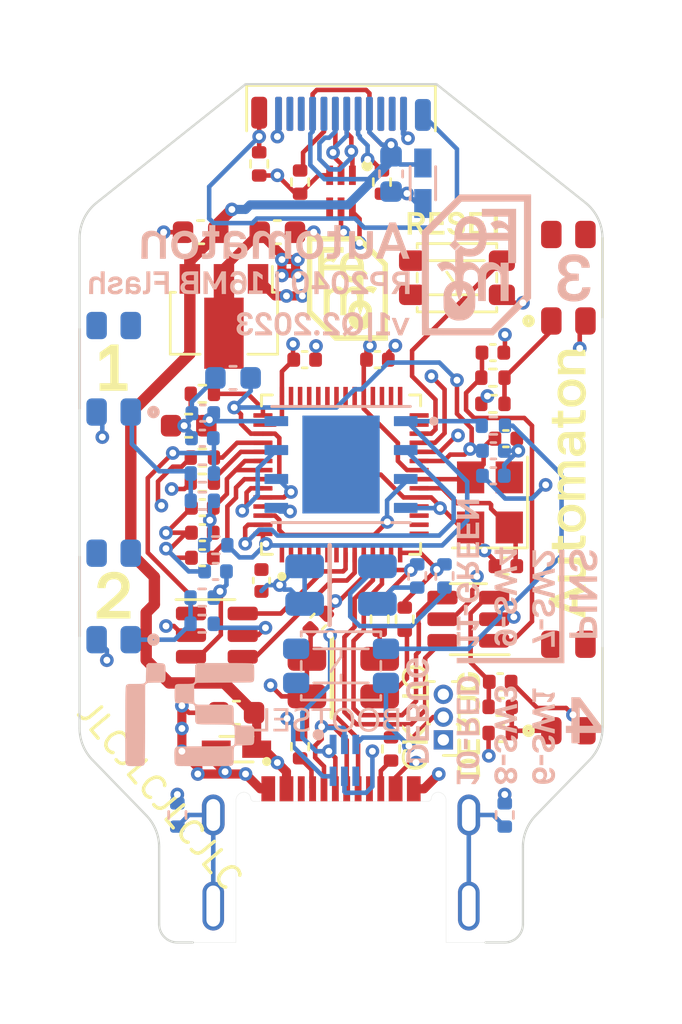
<source format=kicad_pcb>
(kicad_pcb (version 20240108) (generator "pcbnew") (generator_version "8.0")
  (layers (0 "F.Cu" signal) (1 "In1.Cu" signal) (2 "In2.Cu" signal) (31 "B.Cu" signal) (34 "B.Paste" user) (35 "F.Paste" user) (36 "B.SilkS" user "B.Silkscreen") (37 "F.SilkS" user "F.Silkscreen") (38 "B.Mask" user) (39 "F.Mask" user) (44 "Edge.Cuts" user))
  (net 0 "")
  (net 1 "Net-(BOOTSEL1-Pad1)")
  (net 2 "GND")
  (net 3 "+3V3")
  (net 4 "Vdd")
  (net 5 "Net-(U1-XIN)")
  (net 6 "Net-(U1-XOUT)")
  (net 7 "Net-(C19-Pad1)")
  (net 8 "Net-(C20-Pad1)")
  (net 9 "Net-(C21-Pad1)")
  (net 10 "Net-(C22-Pad1)")
  (net 11 "Net-(D3-A1)")
  (net 12 "Net-(D3-A2)")
  (net 13 "Net-(D4-A1)")
  (net 14 "Net-(D4-A2)")
  (net 15 "Net-(IC1-D_1)")
  (net 16 "Net-(IC1-D_2)")
  (net 18 "D-")
  (net 19 "D+")
  (net 20 "Net-(IC2-D_1)")
  (net 21 "Net-(IC2-D_2)")
  (net 23 "Net-(J1-CC1)")
  (net 25 "Net-(J1-CC2)")
  (net 27 "Net-(J1-SHIELD)")
  (net 28 "Net-(J2-CC1)")
  (net 30 "Net-(J2-CC2)")
  (net 32 "Net-(J2-SHIELD)")
  (net 33 "Net-(U1-~{QSPI_CS})")
  (net 34 "Net-(U1-USB_D-)")
  (net 35 "Net-(U1-USB_D+)")
  (net 36 "Net-(U1-ADC_AVDD)")
  (net 37 "Net-(SW2-A)")
  (net 38 "Net-(SW4-A)")
  (net 39 "Net-(SW3-A)")
  (net 40 "Net-(SW5-A)")
  (net 41 "GPIO10")
  (net 42 "GPIO11")
  (net 43 "Net-(U1-RUN)")
  (net 50 "GPIO6")
  (net 51 "GPIO7")
  (net 52 "GPIO8")
  (net 53 "GPIO9")
  (net 58 "DBUG_SWCLK")
  (net 59 "DBUG_SWDIO")
  (net 74 "Net-(U1-QSPI_SD3)")
  (net 75 "Net-(U1-QSPI_SCLK)")
  (net 76 "Net-(U1-QSPI_SD0)")
  (net 77 "Net-(U1-QSPI_SD2)")
  (net 78 "Net-(U1-QSPI_SD1)")
  (net 79 "Net-(U1-VREG_VOUT)")
  (footprint "_graphic:front" (layer "F.Cu") (at 3.8 24.4)
    (property "Reference" "Ref**" (hide yes))
    (property "Value" "Val**" (hide yes))
  )
  (footprint "Capacitor_SMD:C_0402_1005Metric" (layer "F.Cu") (at -6.1 17.3)
    (property "Reference" "C2")
    (property "Value" "100nF" (hide yes))
  )
  (footprint "Resistor_SMD:R_0402_1005Metric" (layer "F.Cu") (at -6.1 12.3)
    (property "Reference" "R8")
    (property "Value" "1" (hide yes))
  )
  (footprint "Capacitor_SMD:C_0402_1005Metric" (layer "F.Cu") (at -1.6 10.8 180)
    (property "Reference" "C5")
    (property "Value" "100nF" (hide yes))
  )
  (footprint "Resistor_SMD:R_0402_1005Metric" (layer "F.Cu") (at 6.68 12.74)
    (property "Reference" "R13")
    (property "Value" "10k" (hide yes))
  )
  (footprint "Capacitor_SMD:C_0603_1608Metric" (layer "F.Cu") (at -2.8 5.2)
    (property "Reference" "C18")
    (property "Value" "10uF" (hide yes))
  )
  (footprint "Crystal:Crystal_SMD_3225-4Pin_3.2x2.5mm" (layer "F.Cu") (at 6.55 17.07 90)
    (property "Reference" "Y1")
    (property "Value" "Crystal_GND24_Small" (hide yes))
  )
  (footprint "_chips:MK_RP2040" (layer "F.Cu") (at 0 15.85 90)
    (property "Reference" "U1")
    (property "Value" "RP2040" (hide yes))
  )
  (footprint "Resistor_SMD:R_0402_1005Metric" (layer "F.Cu") (at -3.6 2.2 -90)
    (property "Reference" "R5")
    (property "Value" "1M" (hide yes))
  )
  (footprint "_buttons:SW_SMD_KLS7-TS5401" (layer "F.Cu") (at 10 7.2 90)
    (property "Reference" "SW4" (hide yes))
    (property "Value" "SW_SPST" (hide yes))
  )
  (footprint "Resistor_SMD:R_0402_1005Metric" (layer "F.Cu") (at 2.2 27.9 90)
    (property "Reference" "R9")
    (property "Value" "5.1k" (hide yes))
  )
  (footprint "Connector_PinHeader_1.00mm:PinHeader_1x03_P1.00mm_Vertical" (layer "F.Cu") (at 4.5 27.5 180)
    (property "Reference" "J3")
    (property "Value" "DEBUG" (hide yes))
  )
  (footprint "Capacitor_SMD:C_0603_1608Metric" (layer "F.Cu") (at -6.175 5.2 180)
    (property "Reference" "C17")
    (property "Value" "10uF" (hide yes))
  )
  (footprint "_usb:XKB_TYPE-C-U261-241N-4BS60" (layer "F.Cu") (at 0 0)
    (property "Reference" "J1" (hide yes))
    (property "Value" "USB_C_Receptacle_USB2.0" (hide yes))
  )
  (footprint "Resistor_SMD:R_0402_1005Metric" (layer "F.Cu") (at 1.8 3 -90)
    (property "Reference" "R2")
    (property "Value" "5.1k" (hide yes))
  )
  (footprint "Resistor_SMD:R_0402_1005Metric" (layer "F.Cu") (at -1.8 3 -90)
    (property "Reference" "R3")
    (property "Value" "5.1k" (hide yes))
  )
  (footprint "_usb:GCT_TYPE-C-USB4505-03-0-A" (layer "F.Cu") (at 0 34.8)
    (property "Reference" "J2")
    (property "Value" "USB_C_Receptacle_USB2.0" (hide yes))
    (fp_line (start -6.52 1.6) (end -4.62 1.6) (stroke (width 0.01)) (layer "Edge.Cuts"))
    (fp_line (start -4.62 1.6) (end -4.62 -4.6) (stroke (width 0.01)) (layer "Edge.Cuts"))
    (fp_line (start -3.82 -4.6) (end 3.82 -4.6) (stroke (width 0.01)) (layer "Edge.Cuts"))
    (fp_line (start 4.62 -4.6) (end 4.62 1.6) (stroke (width 0.01)) (layer "Edge.Cuts"))
    (fp_line (start 4.62 1.6) (end 6.36 1.6) (stroke (width 0.01)) (layer "Edge.Cuts"))
    (fp_arc (start -4.62 -4.6) (mid -4.540343 -4.86731) (end -4.295 -5) (stroke (width 0.01)) (layer "Edge.Cuts"))
    (fp_arc (start -4.295 -5) (mid -4.07451 -4.92731) (end -3.97 -4.72) (stroke (width 0.01)) (layer "Edge.Cuts"))
    (fp_arc (start -3.82 -4.6) (mid -3.919853 -4.628934) (end -3.97 -4.72) (stroke (width 0.01)) (layer "Edge.Cuts"))
    (fp_arc (start 3.97 -4.72) (mid 3.919853 -4.628934) (end 3.82 -4.6) (stroke (width 0.01)) (layer "Edge.Cuts"))
    (fp_arc (start 3.97 -4.72) (mid 4.07451 -4.92731) (end 4.295 -5) (stroke (width 0.01)) (layer "Edge.Cuts"))
    (fp_arc (start 4.295 -5) (mid 4.540343 -4.86731) (end 4.62 -4.6) (stroke (width 0.01)) (layer "Edge.Cuts"))
  )
  (footprint "Capacitor_SMD:C_0603_1608Metric" (layer "F.Cu") (at -6.7 13.7)
    (property "Reference" "C10")
    (property "Value" "1uF" (hide yes))
  )
  (footprint "Resistor_SMD:R_0402_1005Metric" (layer "F.Cu") (at 1.7 22.2 -90)
    (property "Reference" "R20")
    (property "Value" "750" (hide yes))
  )
  (footprint "_graphic:back" (layer "F.Cu") (at 4.7 26.9)
    (property "Reference" "Ref**" (hide yes))
    (property "Value" "Val**" (hide yes))
  )
  (footprint "Resistor_SMD:R_0402_1005Metric" (layer "F.Cu") (at 6.68 11.59)
    (property "Reference" "R15")
    (property "Value" "10k" (hide yes))
  )
  (footprint "Capacitor_SMD:C_0402_1005Metric" (layer "F.Cu") (at 7.25 14.27 180)
    (property "Reference" "C15")
    (property "Value" "30pF" (hide yes))
  )
  (footprint "Resistor_SMD:R_0402_1005Metric" (layer "F.Cu") (at -1.8 27.8 90)
    (property "Reference" "R10")
    (property "Value" "5.1k" (hide yes))
  )
  (footprint "Resistor_SMD:R_0402_1005Metric" (layer "F.Cu") (at -6.1 15.1 180)
    (property "Reference" "R6")
    (property "Value" "27.4" (hide yes))
  )
  (footprint "_buttons:SW_SMD_XKB_(TS-1809SM-C)" (layer "F.Cu") (at 5.1 7.2 180)
    (property "Reference" "SW1")
    (property "Value" "SW_Push" (hide yes))
  )
  (footprint "_buttons:SW_SMD_KLS7-TS5401" (layer "F.Cu") (at 10 25.2 90)
    (property "Reference" "SW5" (hide yes))
    (property "Value" "SW_SPST" (hide yes))
  )
  (footprint "Capacitor_SMD:C_0402_1005Metric" (layer "F.Cu") (at 6.68 10.49)
    (property "Reference" "C21")
    (property "Value" "100nF" (hide yes))
  )
  (footprint "_chips:ESD_ECMF02-2AMX6" (layer "F.Cu") (at 0 3.4 -90)
    (property "Reference" "IC1")
    (property "Value" "ECMF02-2AMX6" (hide yes))
  )
  (footprint "Package_TO_SOT_SMD:SOT-23-6" (layer "F.Cu") (at 5.6 22.2 180)
    (property "Reference" "U4")
    (property "Value" "SN74LVC1G17" (hide yes))
  )
  (footprint "Resistor_SMD:R_0402_1005Metric" (layer "F.Cu") (at 7 26.05)
    (property "Reference" "R19")
    (property "Value" "10k" (hide yes))
  )
  (footprint "Capacitor_SMD:C_0402_1005Metric" (layer "F.Cu") (at -6.1 18.4)
    (property "Reference" "C8")
    (property "Value" "100nF" (hide yes))
  )
  (footprint "Capacitor_SMD:C_0402_1005Metric" (layer "F.Cu") (at -3.5 20.5 90)
    (property "Reference" "C3")
    (property "Value" "100nF" (hide yes))
  )
  (footprint "Resistor_SMD:R_0402_1005Metric" (layer "F.Cu") (at -6.1 16.2 180)
    (property "Reference" "R7")
    (property "Value" "27.4" (hide yes))
  )
  (footprint "_basic:ESD_PGB1010603MR" (layer "F.Cu") (at -4.6 27.91)
    (property "Reference" "D2")
    (property "Value" "D_TVS" (hide yes))
  )
  (footprint "Capacitor_SMD:C_0402_1005Metric" (layer "F.Cu") (at 7.25 19.87)
    (property "Reference" "C14")
    (property "Value" "30pF" (hide yes))
  )
  (footprint "_led:LED_RG_KPB-3025" (layer "F.Cu") (at 0.1 24.765)
    (property "Reference" "D3")
    (property "Value" "LED_Dual_AKAK" (hide yes))
  )
  (footprint "Resistor_SMD:R_0402_1005Metric" (layer "F.Cu") (at 7 27.2)
    (property "Reference" "R17")
    (property "Value" "10k" (hide yes))
  )
  (footprint "Resistor_SMD:R_0402_1005Metric" (layer "F.Cu") (at 2.8 22.2 -90)
    (property "Reference" "R21")
    (property "Value" "470" (hide yes))
  )
  (footprint "Capacitor_SMD:C_0402_1005Metric" (layer "F.Cu") (at 7 24.95)
    (property "Reference" "C22")
    (property "Value" "100nF" (hide yes))
  )
  (footprint "Capacitor_SMD:C_0402_1005Metric" (layer "F.Cu") (at -1 22.3 45)
    (property "Reference" "C7")
    (property "Value" "100nF" (hide yes))
  )
  (footprint "Package_TO_SOT_SMD:SOT-23-6" (layer "F.Cu") (at -5.4625 22.9)
    (property "Reference" "U3")
    (property "Value" "SN74LVC1G17" (hide yes))
  )
  (footprint "Capacitor_SMD:C_0603_1608Metric" (layer "F.Cu") (at -4.6 26.31 180)
    (property "Reference" "C16")
    (property "Value" "10uF" (hide yes))
  )
  (footprint "Package_TO_SOT_SMD:SOT-89-3" (layer "F.Cu") (at -5.15 9.2 -90)
    (property "Reference" "U5")
    (property "Value" "AMS1117-3.3" (hide yes))
  )
  (footprint "Capacitor_SMD:C_0402_1005Metric" (layer "F.Cu") (at -6.1 19.5)
    (property "Reference" "C12")
    (property "Value" "100nF" (hide yes))
  )
  (footprint "Capacitor_SMD:C_0402_1005Metric" (layer "F.Cu") (at 1.6 10.8 180)
    (property "Reference" "C4")
    (property "Value" "100nF" (hide yes))
  )
  (footprint "Resistor_SMD:R_0402_1005Metric" (layer "B.Cu") (at 3.35 20.3 -90)
    (property "Reference" "R22")
    (property "Value" "750" (hide yes))
  )
  (footprint "Capacitor_SMD:C_0402_1005Metric" (layer "B.Cu") (at -6.1 14.25 180)
    (property "Reference" "C19")
    (property "Value" "100nF" (hide yes))
  )
  (footprint "Resistor_SMD:R_0402_1005Metric" (layer "B.Cu") (at -6.11 21.25 180)
    (property "Reference" "R18")
    (property "Value" "10k" (hide yes))
  )
  (footprint "Resistor_SMD:R_0402_1005Metric" (layer "B.Cu") (at -6.1 15.8 180)
    (property "Reference" "R14")
    (property "Value" "10k" (hide yes))
  )
  (footprint "Capacitor_SMD:C_0402_1005Metric" (layer "B.Cu") (at -6.08 13.15 180)
    (property "Reference" "C1")
    (property "Value" "100nF" (hide yes))
  )
  (footprint "Resistor_SMD:R_0402_1005Metric" (layer "B.Cu") (at -6.1 17 180)
    (property "Reference" "R12")
    (property "Value" "10k" (hide yes))
  )
  (footprint "Resistor_SMD:R_0402_1005Metric" (layer "B.Cu") (at 6.7 13.7 180)
    (property "Reference" "R4")
    (property "Value" "1k" (hide yes))
  )
  (footprint "Resistor_SMD:R_0402_1005Metric" (layer "B.Cu") (at -5.51 18.95 180)
    (property "Reference" "R1")
    (property "Value" "10k DNP" (hide yes))
  )
  (footprint "_led:LED_RG_KPB-3025" (layer "B.Cu") (at 0 20.7)
    (property "Reference" "D4")
    (property "Value" "LED_Dual_AKAK" (hide yes))
  )
  (footprint "Capacitor_SMD:C_0603_1608Metric" (layer "B.Cu") (at -4.75 11.6)
    (property "Reference" "C13")
    (property "Value" "10uF" (hide yes))
  )
  (footprint "Resistor_SMD:R_0402_1005Metric" (layer "B.Cu") (at -6.11 22.4 180)
    (property "Reference" "R16")
    (property "Value" "10k" (hide yes))
  )
  (footprint "Capacitor_SMD:C_0603_1608Metric" (layer "B.Cu") (at 2.2 2.64 -90)
    (property "Reference" "C9")
    (property "Value" "10uF" (hide yes))
  )
  (footprint "_buttons:SW_SMD_KLS7-TS5401" (layer "B.Cu") (at -10 11.2 90)
    (property "Reference" "SW2" (hide yes))
    (property "Value" "SW_SPST" (hide yes))
  )
  (footprint "Capacitor_SMD:C_0402_1005Metric" (layer "B.Cu") (at 6.7 15.9 180)
    (property "Reference" "C6")
    (property "Value" "100nF" (hide yes))
  )
  (footprint "Resistor_SMD:R_0402_1005Metric" (layer "B.Cu") (at 7.2 30.8 90)
    (property "Reference" "R11")
    (property "Value" "1M" (hide yes))
  )
  (footprint "Resistor_SMD:R_0402_1005Metric" (layer "B.Cu") (at -7.2 30.8 90)
    (property "Reference" "R11")
    (property "Value" "1M" (hide yes))
  )
  (footprint "_chips:FLASH_W25Q128JVPIQ" (layer "B.Cu") (at 0 15.405 180)
    (property "Reference" "U2")
    (property "Value" "W25Q128JVPIQ" (hide yes))
  )
  (footprint "_buttons:SW_SMD_XKB_(TS-1809SM-C)" (layer "B.Cu") (at 0 24.25 180)
    (property "Reference" "BOOTSEL1")
    (property "Value" "BOOTSEL" (hide yes))
  )
  (footprint "Capacitor_SMD:C_0402_1005Metric" (layer "B.Cu") (at -5.52 20.1 180)
    (property "Reference" "C20")
    (property "Value" "100nF" (hide yes))
  )
  (footprint "_chips:ESD_ECMF02-2AMX6" (layer "B.Cu") (at 0.15 28.4 -90)
    (property "Reference" "IC2")
    (property "Value" "ECMF02-2AMX6" (hide yes))
  )
  (footprint "_buttons:SW_SMD_KLS7-TS5401" (layer "B.Cu") (at -10 21.2 90)
    (property "Reference" "SW3" (hide yes))
    (property "Value" "SW_SPST" (hide yes))
  )
  (footprint "Capacitor_SMD:C_0402_1005Metric" (layer "B.Cu") (at 6.7 14.8 180)
    (property "Reference" "C11")
    (property "Value" "100nF" (hide yes))
  )
  (footprint "_basic:ESD_PGB1010603MR" (layer "B.Cu") (at 3.6 3.05 90)
    (property "Reference" "D1")
    (property "Value" "D_TVS" (hide yes))
  )
  (footprint "Resistor_SMD:R_0402_1005Metric" (layer "B.Cu") (at 4.55 20.3 -90)
    (property "Reference" "R23")
    (property "Value" "470" (hide yes))
  )
  (gr_line (start -7.180006 36.39975) (end -6.52 36.4) (stroke (width 0.1)) (layer "Edge.Cuts"))
  (gr_line (start 10.744151 3.899463) (end 4.2 -1.3) (stroke (width 0.1)) (layer "Edge.Cuts"))
  (gr_line (start 11.5 26.988025) (end 11.5 5.465377) (stroke (width 0.1)) (layer "Edge.Cuts"))
  (gr_line (start -10.744151 3.899463) (end -4.2 -1.3) (stroke (width 0.1)) (layer "Edge.Cuts"))
  (gr_arc (start 8 35.6) (mid 7.758572 36.172711) (end 7.180006 36.39975) (stroke (width 0.1)) (layer "Edge.Cuts"))
  (gr_arc (start -7.180006 36.39975) (mid -7.758572 36.172711) (end -8 35.6) (stroke (width 0.1)) (layer "Edge.Cuts"))
  (gr_arc (start 10.744151 3.899463) (mid 11.301152 4.595982) (end 11.5 5.465377) (stroke (width 0.1)) (layer "Edge.Cuts"))
  (gr_line (start -8 35.6) (end -8 32.211975) (stroke (width 0.1)) (layer "Edge.Cuts"))
  (gr_line (start -11.5 5.465377) (end -11.5 26.988025) (stroke (width 0.1)) (layer "Edge.Cuts"))
  (gr_line (start -8.56601 30.817818) (end -10.93399 28.382182) (stroke (width 0.1)) (layer "Edge.Cuts"))
  (gr_arc (start -11.5 5.465377) (mid -11.301152 4.595982) (end -10.744151 3.899463) (stroke (width 0.1)) (layer "Edge.Cuts"))
  (gr_arc (start 8 32.211975) (mid 8.146897 31.459639) (end 8.56601 30.817818) (stroke (width 0.1)) (layer "Edge.Cuts"))
  (gr_arc (start -8.56601 30.817818) (mid -8.146897 31.459638) (end -8 32.211975) (stroke (width 0.1)) (layer "Edge.Cuts"))
  (gr_line (start 8 35.6) (end 8 32.211975) (stroke (width 0.1)) (layer "Edge.Cuts"))
  (gr_line (start 8.56601 30.817818) (end 10.93399 28.382182) (stroke (width 0.1)) (layer "Edge.Cuts"))
  (gr_line (start 4.2 -1.3) (end -4.2 -1.3) (stroke (width 0.1)) (layer "Edge.Cuts"))
  (gr_arc (start 11.5 26.988025) (mid 11.353103 27.740361) (end 10.93399 28.382182) (stroke (width 0.1)) (layer "Edge.Cuts"))
  (gr_arc (start -10.93399 28.382182) (mid -11.353103 27.740362) (end -11.5 26.988025) (stroke (width 0.1)) (layer "Edge.Cuts"))
  (gr_line (start 6.36 36.4) (end 7.180006 36.39975) (stroke (width 0.1)) (layer "Edge.Cuts"))
  (gr_text "BOOTSEL" (at 2.7 27.3 0) (layer "B.SilkS") (effects (font (size 1 1) (thickness 0.153)) (justify left bottom mirror)))
  (gr_text "IO" (at 4 25.8 90) (layer "F.SilkS") (effects (font (size 1.1 1.1) (thickness 0.153)) (justify left bottom)))
  (gr_text "JLCJLCJLCJLC" (at -11.8 26.3 310) (layer "F.SilkS") (effects (font (size 1 1) (thickness 0.153)) (justify left bottom)))
  (gr_text "CK" (at 4 28.9 90) (layer "F.SilkS") (effects (font (size 1.1 1.1) (thickness 0.153)) (justify left bottom)))
  (segment (start 7 21.851471) (end 7 22.1) (width 0.2) (layer "B.Cu") (net 1))
  (segment (start 5.6 23.5) (end 1.975 23.5) (width 0.2) (layer "B.Cu") (net 1))
  (segment (start 7 22.1) (end 5.6 23.5) (width 0.2) (layer "B.Cu") (net 1))
  (segment (start 7.6 21.5) (end 7.351471 21.5) (width 0.2) (layer "B.Cu") (net 1))
  (segment (start 9.7 19.4) (end 7.6 21.5) (width 0.2) (layer "B.Cu") (net 1))
  (segment (start 7.351471 21.5) (end 7 21.851471) (width 0.2) (layer "B.Cu") (net 1))
  (segment (start 7.21 13.7) (end 7.548529 13.7) (width 0.2) (layer "B.Cu") (net 1))
  (segment (start 7.548529 13.7) (end 9.7 15.851471) (width 0.2) (layer "B.Cu") (net 1))
  (segment (start 9.7 15.851471) (end 9.7 19.4) (width 0.2) (layer "B.Cu") (net 1))
  (segment (start -2.4 8) (end -1.7 8) (width 0.4) (layer "F.Cu") (net 2))
  (segment (start 2.60992 27.39) (end 2.2 27.39) (width 0.2) (layer "F.Cu") (net 2))
  (segment (start -5.1 28.9) (end -5.2 29) (width 0.4) (layer "F.Cu") (net 2))
  (segment (start -2.61 25.59) (end -3.1 25.1) (width 0.2) (layer "F.Cu") (net 2))
  (segment (start -7 28) (end -7 27) (width 0.4) (layer "F.Cu") (net 2))
  (segment (start -7.475 13.7) (end -6.9 13.7) (width 0.2) (layer "F.Cu") (net 2))
  (segment (start 3.65 29.65) (end 3.2 29.65) (width 0.4) (layer "F.Cu") (net 2))
  (segment (start -3.6 2.71) (end -2.81 2.71) (width 0.2) (layer "F.Cu") (net 2))
  (segment (start 8.63 26.1) (end 7.48 24.95) (width 0.2) (layer "F.Cu") (net 2))
  (segment (start 4.3545 17.321236) (end 4.3545 17.236952) (width 0.2) (layer "F.Cu") (net 2))
  (segment (start -7.2995 19.5) (end -6.58 19.5) (width 0.2) (layer "F.Cu") (net 2))
  (segment (start 10.5 9.35) (end 10.75 9.1) (width 0.2) (layer "F.Cu") (net 2))
  (segment (start 2.94706 1.074626) (end 2.75 0.877566) (width 0.2) (layer "F.Cu") (net 2))
  (segment (start -2.9 8) (end -3.65 7.25) (width 0.4) (layer "F.Cu") (net 2))
  (segment (start -7 27) (end -7 26) (width 0.4) (layer "F.Cu") (net 2))
  (segment (start -2.4 8) (end -2.9 8) (width 0.4) (layer "F.Cu") (net 2))
  (segment (start -4.2 29) (end -5 29) (width 0.4) (layer "F.Cu") (net 2))
  (segment (start -3.55 29.65) (end -3.2 29.65) (width 0.4) (layer "F.Cu") (net 2))
  (segment (start -1.12 10.22) (end -1.12 10.8) (width 0.2) (layer "F.Cu") (net 2))
  (segment (start -6.58 18.4) (end -6.8 18.4) (width 0.2) (layer "F.Cu") (net 2))
  (segment (start -6.948896 22.9) (end -6.6 22.9) (width 0.2) (layer "F.Cu") (net 2))
  (segment (start -5.375 26.31) (end -6.69 26.31) (width 0.2) (layer "F.Cu") (net 2))
  (segment (start -5.1 28.9) (end -5.49 28.51) (width 0.4) (layer "F.Cu") (net 2))
  (segment (start -7.5 19.1) (end -6.8 18.4) (width 0.2) (layer "F.Cu") (net 2))
  (segment (start 10.2 26.55) (end 10.75 27.1) (width 0.2) (layer "F.Cu") (net 2))
  (segment (start -7.6995 18.406374) (end -7.693126 18.4) (width 0.2) (layer "F.Cu") (net 2))
  (segment (start -1.2 5.2) (end -2.025 5.2) (width 0.2) (layer "F.Cu") (net 2))
  (segment (start 5.217548 18.1) (end 4.438784 17.321236) (width 0.2) (layer "F.Cu") (net 2))
  (segment (start -1.99 3.51) (end -2.8 2.7) (width 0.2) (layer "F.Cu") (net 2))
  (segment (start 7.425 8.3) (end 7.075 7.95) (width 0.2) (layer "F.Cu") (net 2))
  (segment (start 8 8.3) (end 7.425 8.3) (width 0.2) (layer "F.Cu") (net 2))
  (segment (start -1.1 10.2) (end -1.12 10.22) (width 0.2) (layer "F.Cu") (net 2))
  (segment (start -7.6995 19.1) (end -7.2995 19.5) (width 0.2) (layer "F.Cu") (net 2))
  (segment (start 4.05 26.5) (end 4.5 26.5) (width 0.2) (layer "F.Cu") (net 2))
  (segment (start -7.698911 22.5005) (end -7.348396 22.5005) (width 0.2) (layer "F.Cu") (net 2))
  (segment (start 2.08 10.49) (end 2.08 10.8) (width 0.2) (layer "F.Cu") (net 2))
  (segment (start -2.75 0.95) (end -2.8 1) (width 0.2) (layer "F.Cu") (net 2))
  (segment (start 6.31 19.18) (end 5.7 18.57) (width 0.2) (layer "F.Cu") (net 2))
  (segment (start -1.8 3.51) (end -1.99 3.51) (width 0.2) (layer "F.Cu") (net 2))
  (segment (start -4.2 29) (end -3.55 29.65) (width 0.4) (layer "F.Cu") (net 2))
  (segment (start 2.75 16.85) (end 3.435 16.85) (width 0.2) (layer "F.Cu") (net 2))
  (segment (start -1.5 26.99) (end -1.8 27.29) (width 0.2) (layer "F.Cu") (net 2))
  (segment (start -6.3 29) (end -6.3 28.7) (width 0.4) (layer "F.Cu") (net 2))
  (segment (start -7.348396 22.5005) (end -6.948896 22.9) (width 0.2) (layer "F.Cu") (net 2))
  (segment (start -2.81 2.71) (end -2.8 2.7) (width 0.2) (layer "F.Cu") (net 2))
  (segment (start 10.2 26.4) (end 10.2 26.55) (width 0.2) (layer "F.Cu") (net 2))
  (segment (start 7.21 10.44) (end 7.16 10.49) (width 0.2) (layer "F.Cu") (net 2))
  (segment (start 7.4 15.2) (end 7.8 14.8) (width 0.2) (layer "F.Cu") (net 2))
  (segment (start -1.5 25.59) (end -2.61 25.59) (width 0.2) (layer "F.Cu") (net 2))
  (segment (start 3.967548 16.85) (end 3.435 16.85) (width 0.2) (layer "F.Cu") (net 2))
  (segment (start 0 15.85) (end 1.75 15.85) (width 0.2) (layer "F.Cu") (net 2))
  (segment (start 5.7 18.57) (end 5.7 18.1) (width 0.2) (layer "F.Cu") (net 2))
  (segment (start 4.3 29) (end 3.65 29.65) (width 0.4) (layer "F.Cu") (net 2))
  (segment (start -1.5 25.59) (end -1.5 23.94) (width 0.2) (layer "F.Cu") (net 2))
  (segment (start 1.8 3.51) (end 2.89 3.51) (width 0.2) (layer "F.Cu") (net 2))
  (segment (start 1.75 15.85) (end 2.75 16.85) (width 0.2) (layer "F.Cu") (net 2))
  (segment (start 2.89 3.51) (end 2.9 3.5) (width 0.2) (layer "F.Cu") (net 2))
  (segment (start -7.686374 18.406374) (end -6.58 17.3) (width 0.2) (layer "F.Cu") (net 2))
  (segment (start 7.6 22.1) (end 6.8375 22.1) (width 0.2) (layer "F.Cu") (net 2))
  (segment (start 7.21 9.7) (end 7.21 10.44) (width 0.2) (layer "F.Cu") (net 2))
  (segment (start 2.75 0.877566) (end 2.75 0) (width 0.2) (layer "F.Cu") (net 2))
  (segment (start 2.985061 27.765141) (end 2.985061 27.564939) (width 0.2) (layer "F.Cu") (net 2))
  (segment (start -2.75 0) (end -2.75 0.95) (width 0.2) (layer "F.Cu") (net 2))
  (segment (start 6.72 19.59) (end 6.31 19.18) (width 0.2) (layer "F.Cu") (net 2))
  (segment (start 10.5 10.3) (end 10.5 9.35) (width 0.2) (layer "F.Cu") (net 2))
  (segment (start -6.69 26.31) (end -7 26) (width 0.2) (layer "F.Cu") (net 2))
  (segment (start 2.39 10.18) (end 2.08 10.49) (width 0.2) (layer "F.Cu") (net 2))
  (segment (start -5.49 28.51) (end -5.49 27.91) (width 0.4) (layer "F.Cu") (net 2))
  (segment (start -1.339411 22.639411) (end -1.339411 23.779411) (width 0.2) (layer "F.Cu") (net 2))
  (segment (start 7.8 14.8) (end 7.8 14.32) (width 0.2) (layer "F.Cu") (net 2))
  (segment (start -0.5 2.7) (end -0.99 2.7) (width 0.2) (layer "F.Cu") (net 2))
  (segment (start -6.3 28.7) (end -7 28) (width 0.4) (layer "F.Cu") (net 2))
  (segment (start 2.985061 27.564939) (end 4.05 26.5) (width 0.2) (layer "F.Cu") (net 2))
  (segment (start -7.6995 19.1) (end -7.5 19.1) (width 0.2) (layer "F.Cu") (net 2))
  (segment (start -1.5 25.59) (end -1.5 26.99) (width 0.2) (layer "F.Cu") (net 2))
  (segment (start 4.438784 17.321236) (end 4.3545 17.321236) (width 0.2) (layer "F.Cu") (net 2))
  (segment (start 6.72 19.8) (end 6.72 19.59) (width 0.2) (layer "F.Cu") (net 2))
  (segment (start -7.693126 18.4) (end -6.8 18.4) (width 0.2) (layer "F.Cu") (net 2))
  (segment (start 7.4 15.97) (end 7.4 15.2) (width 0.2) (layer "F.Cu") (net 2))
  (segment (start 2.985061 27.765141) (end 2.60992 27.39) (width 0.2) (layer "F.Cu") (net 2))
  (segment (start 6.8375 22.1) (end 6.7375 22.2) (width 0.2) (layer "F.Cu") (net 2))
  (segment (start -5 29) (end -5.1 28.9) (width 0.4) (layer "F.Cu") (net 2))
  (segment (start -5.2 29) (end -6.3 29) (width 0.4) (layer "F.Cu") (net 2))
  (segment (start 5.7 18.1) (end 5.217548 18.1) (width 0.2) (layer "F.Cu") (net 2))
  (segment (start -6.95 5.2) (end -7.8 5.2) (width 0.2) (layer "F.Cu") (net 2))
  (segment (start -7.6995 18.406374) (end -7.686374 18.406374) (width 0.2) (layer "F.Cu") (net 2))
  (segment (start 7.8 14.32) (end 7.68 14.2) (width 0.2) (layer "F.Cu") (net 2))
  (segment (start -1.339411 23.779411) (end -1.5 23.94) (width 0.2) (layer "F.Cu") (net 2))
  (segment (start -0.99 2.7) (end -1.8 3.51) (width 0.2) (layer "F.Cu") (net 2))
  (segment (start 9.9 26.1) (end 8.63 26.1) (width 0.2) (layer "F.Cu") (net 2))
  (segment (start 10.2 26.4) (end 9.9 26.1) (width 0.2) (layer "F.Cu") (net 2))
  (segment (start 4.3545 17.236952) (end 3.967548 16.85) (width 0.2) (layer "F.Cu") (net 2))
  (via (at -5.1 28.9) (size 0.6) (drill 0.3) (layers "F.Cu" "B.Cu") (net 2))
  (via (at -7.698911 22.5005) (size 0.6) (drill 0.3) (layers "F.Cu" "B.Cu") (net 2))
  (via (at 7.6 22.1) (size 0.6) (drill 0.3) (layers "F.Cu" "B.Cu") (net 2))
  (via (at -2.8 2.7) (size 0.6) (drill 0.3) (layers "F.Cu" "B.Cu") (net 2))
  (via (at -2.7 20.7) (size 0.6) (drill 0.3) (layers "F.Cu" "B.Cu") (net 2))
  (via (at -10.3 24) (size 0.6) (drill 0.3) (layers "F.Cu" "B.Cu") (net 2))
  (via (at -7 28) (size 0.6) (drill 0.3) (layers "F.Cu" "B.Cu") (net 2))
  (via (at 2.9 3.5) (size 0.6) (drill 0.3) (layers "F.Cu" "B.Cu") (net 2))
  (via (at -7.2 29.9) (size 0.6) (drill 0.3) (layers "F.Cu" "B.Cu") (net 2))
  (via (at -1.7 8) (size 0.6) (drill 0.3) (layers "F.Cu" "B.Cu") (net 2))
  (via (at -7 27) (size 0.6) (drill 0.3) (layers "F.Cu" "B.Cu") (net 2))
  (via (at -6.3 29) (size 0.6) (drill 0.3) (layers "F.Cu" "B.Cu") (net 2))
  (via (at 7.8 14.8) (size 0.6) (drill 0.3) (layers "F.Cu" "B.Cu") (net 2))
  (via (at 7.2 29.9) (size 0.6) (drill 0.3) (layers "F.Cu" "B.Cu") (net 2))
  (via (at 8 8.3) (size 0.6) (drill 0.3) (layers "F.Cu" "B.Cu") (net 2))
  (via (at -2.4 8) (size 0.6) (drill 0.3) (layers "F.Cu" "B.Cu") (net 2))
  (via (at -7.8 5.2) (size 0.6) (drill 0.3) (layers "F.Cu" "B.Cu") (net 2))
  (via (at -1.1 10.2) (size 0.6) (drill 0.3) (layers "F.Cu" "B.Cu") (net 2))
  (via (at 10.2 26.4) (size 0.6) (drill 0.3) (layers "F.Cu" "B.Cu") (net 2))
  (via (at 7.21 9.7) (size 0.6) (drill 0.3) (layers "F.Cu" "B.Cu") (net 2))
  (via (at 4.3545 17.321236) (size 0.6) (drill 0.3) (layers "F.Cu" "B.Cu") (net 2))
  (via (at -4.2 29) (size 0.6) (drill 0.3) (layers "F.Cu" "B.Cu") (net 2))
  (via (at -6.9 13.7) (size 0.6) (drill 0.3) (layers "F.Cu" "B.Cu") (net 2))
  (via (at -7.6995 19.1) (size 0.6) (drill 0.3) (layers "F.Cu" "B.Cu") (net 2))
  (via (at -1.2 5.2) (size 0.6) (drill 0.3) (layers "F.Cu" "B.Cu") (net 2))
  (via (at -10.5 14.2) (size 0.6) (drill 0.3) (layers "F.Cu" "B.Cu") (net 2))
  (via (at -7.6995 18.406374) (size 0.6) (drill 0.3) (layers "F.Cu" "B.Cu") (net 2))
  (via (at -2.8 1) (size 0.6) (drill 0.3) (layers "F.Cu" "B.Cu") (net 2))
  (via (at -3.1 25.1) (size 0.6) (drill 0.3) (layers "F.Cu" "B.Cu") (net 2))
  (via (at 2.39 10.18) (size 0.6) (drill 0.3) (layers "F.Cu" "B.Cu") (net 2))
  (via (at 2.985061 27.765141) (size 0.6) (drill 0.3) (layers "F.Cu" "B.Cu") (net 2))
  (via (at 4.3 29) (size 0.6) (drill 0.3) (layers "F.Cu" "B.Cu") (net 2))
  (via (at 10.5 10.3) (size 0.6) (drill 0.3) (layers "F.Cu" "B.Cu") (net 2))
  (via (at -7 26) (size 0.6) (drill 0.3) (layers "F.Cu" "B.Cu") (net 2))
  (via (at 6.31 19.18) (size 0.6) (drill 0.3) (layers "F.Cu" "B.Cu") (net 2))
  (via (at 2.94706 1.074626) (size 0.6) (drill 0.3) (layers "F.Cu" "B.Cu") (net 2))
  (segment (start 0.95 27.4) (end 0.65 27.7) (width 0.2) (layer "B.Cu") (net 2))
  (segment (start -10.5 13.35) (end -10.75 13.1) (width 0.2) (layer "B.Cu") (net 2))
  (segment (start -2.7 20.7) (end -2.5 20.9) (width 0.2) (layer "B.Cu") (net 2))
  (segment (start -2.75 0) (end -2.75 0.95) (width 0.25) (layer "B.Cu") (net 2))
  (segment (start 3.6 3.89) (end 3.29 3.89) (width 0.2) (layer "B.Cu") (net 2))
  (segment (start 2.985061 27.765141) (end 1.975 26.75508) (width 0.2) (layer "B.Cu") (net 2))
  (segment (start -2.75 0.95) (end -2.8 1) (width 0.2) (layer "B.Cu") (net 2))
  (segment (start -1.6 21.525) (end -1.6 19.875) (width 0.2) (layer "B.Cu") (net 2))
  (segment (start -10.5 14.2) (end -10.5 13.35) (width 0.2) (layer "B.Cu") (net 2))
  (segment (start -2.7 20.7) (end -3.24 20.7) (width 0.2) (layer "B.Cu") (net 2))
  (segment (start -6.56 12.66) (end -6.56 13.15) (width 0.2) (layer "B.Cu") (net 2))
  (segment (start -6.58 14.25) (end -6.58 14.02) (width 0.2) (layer "B.Cu") (net 2))
  (segment (start 7.8 14.8) (end 7.18 15.42) (width 0.2) (layer "B.Cu") (net 2))
  (segment (start 2.61992 27.4) (end 0.95 27.4) (width 0.2) (layer "B.Cu") (net 2))
  (segment (start -2.225 20.9) (end -1.6 21.525) (width 0.2) (layer "B.Cu") (net 2))
  (segment (start -10.3 23.55) (end -10.75 23.1) (width 0.2) (layer "B.Cu") (net 2))
  (segment (start -6.58 14.02) (end -6.9 13.7) (width 0.2) (layer "B.Cu") (net 2))
  (segment (start 2.94706 1.074626) (end 2.75 0.877566) (width 0.25) (layer "B.Cu") (net 2))
  (segment (start 2.856236 17.321236) (end 2.845 17.31) (width 0.2) (layer "B.Cu") (net 2))
  (segment (start 2.75 0.877566) (end 2.75 0) (width 0.25) (layer "B.Cu") (net 2))
  (segment (start -6.56 13.36) (end -6.9 13.7) (width 0.2) (layer "B.Cu") (net 2))
  (segment (start -1.6 19.875) (end -1.875 19.875) (width 0.2) (layer "B.Cu") (net 2))
  (segment (start 2.985061 27.765141) (end 2.61992 27.4) (width 0.2) (layer "B.Cu") (net 2))
  (segment (start -3.24 20.7) (end -3.5 20.96) (width 0.2) (layer "B.Cu") (net 2))
  (segment (start 1.975 26.75508) (end 1.975 25) (width 0.2) (layer "B.Cu") (net 2))
  (segment (start -5.525 11.6) (end -5.525 11.625) (width 0.2) (layer "B.Cu") (net 2))
  (segment (start -2.5 20.9) (end -2.225 20.9) (width 0.2) (layer "B.Cu") (net 2))
  (segment (start 3.29 3.89) (end 2.9 3.5) (width 0.2) (layer "B.Cu") (net 2))
  (segment (start -10.3 24) (end -10.3 23.55) (width 0.2) (layer "B.Cu") (net 2))
  (segment (start 4.3545 17.321236) (end 2.856236 17.321236) (width 0.2) (layer "B.Cu") (net 2))
  (segment (start -6 20.1) (end -6.6995 20.1) (width 0.2) (layer "B.Cu") (net 2))
  (segment (start -5.525 11.625) (end -6.56 12.66) (width 0.2) (layer "B.Cu") (net 2))
  (segment (start 7.22 14.8) (end 7.8 14.8) (width 0.2) (layer "B.Cu") (net 2))
  (segment (start -6.6995 20.1) (end -7.6995 19.1) (width 0.2) (layer "B.Cu") (net 2))
  (segment (start -6.56 13.15) (end -6.56 13.36) (width 0.2) (layer "B.Cu") (net 2))
  (segment (start 7.18 15.42) (end 7.18 15.9) (width 0.2) (layer "B.Cu") (net 2))
  (segment (start 2.325 3.5) (end 2.2 3.375) (width 0.2) (layer "B.Cu") (net 2))
  (segment (start -1.875 19.875) (end -2.7 20.7) (width 0.2) (layer "B.Cu") (net 2))
  (segment (start 2.9 3.5) (end 2.325 3.5) (width 0.2) (layer "B.Cu") (net 2))
  (segment (start -2 7) (end -2.5 7) (width 0.4) (layer "F.Cu") (net 3))
  (segment (start 4.872918 22.2) (end 4.4625 22.2) (width 0.2) (layer "F.Cu") (net 3))
  (segment (start -5.791393 13.566393) (end -5.925 13.7) (width 0.2) (layer "F.Cu") (net 3))
  (segment (start 5.775 20.913604) (end 5.775 21.297918) (width 0.2) (layer "F.Cu") (net 3))
  (segment (start 5.978819 20.709785) (end 5.775 20.913604) (width 0.2) (layer "F.Cu") (net 3))
  (segment (start -2.11 10.77) (end -2.08 10.8) (width 0.2) (layer "F.Cu") (net 3))
  (segment (start -0.5 21.72) (end -0.42 21.72) (width 0.2) (layer "F.Cu") (net 3))
  (segment (start -1.9 6.4) (end -2 6.5) (width 0.4) (layer "F.Cu") (net 3))
  (segment (start -2.901896 13.65) (end -2.6 13.348104) (width 0.2) (layer "F.Cu") (net 3))
  (segment (start -2 6.5) (end -2 7) (width 0.4) (layer "F.Cu") (net 3))
  (segment (start 1 10.92) (end 1 12.415) (width 0.2) (layer "F.Cu") (net 3))
  (segment (start -2 7) (end -1.9 7.1) (width 0.4) (layer "F.Cu") (net 3))
  (segment (start 0.003445 21.32) (end 1 20.323445) (width 0.2) (layer "F.Cu") (net 3))
  (segment (start 1.12 10.34) (end 1.12 10.8) (width 0.2) (layer "F.Cu") (net 3))
  (segment (start 6.439331 12.39572) (end 6.439331 12.470669) (width 0.2) (layer "F.Cu") (net 3))
  (segment (start -6.61 13.015) (end -5.925 13.7) (width 0.2) (layer "F.Cu") (net 3))
  (segment (start -3.435 15.65) (end -4.629314 15.65) (width 0.2) (layer "F.Cu") (net 3))
  (segment (start -2.08 10.8) (end -2.6 11.32) (width 0.2) (layer "F.Cu") (net 3))
  (segment (start 2.5 14.455916) (end 1 12.955916) (width 0.2) (layer "F.Cu") (net 3))
  (segment (start -5.02 16.040686) (end -5.02 16.7) (width 0.2) (layer "F.Cu") (net 3))
  (segment (start -0.02 21.32) (end 0.003445 21.32) (width 0.2) (layer "F.Cu") (net 3))
  (segment (start -3.435 13.65) (end -2.901896 13.65) (width 0.2) (layer "F.Cu") (net 3))
  (segment (start -4.229314 15.25) (end -4.639657 15.660343) (width 0.2) (layer "F.Cu") (net 3))
  (segment (start -0.2505 21.4705) (end -0.5 21.72) (width 0.2) (layer "F.Cu") (net 3))
  (segment (start 5.775 21.297918) (end 4.872918 22.2) (width 0.2) (layer "F.Cu") (net 3))
  (segment (start -2.6 11.32) (end -2.6 12.415) (width 0.2) (layer "F.Cu") (net 3))
  (segment (start -3.323911 22.576089) (end -3.647822 22.9) (width 0.2) (layer "F.Cu") (net 3))
  (segment (start -4.629314 15.65) (end -4.639657 15.660343) (width 0.2) (layer "F.Cu") (net 3))
  (segment (start -2.6 6.4) (end -2.6 7.1) (width 0.4) (layer "F.Cu") (net 3))
  (segment (start 6.49 28.19) (end 6.49 27.2) (width 0.2) (layer "F.Cu") (net 3))
  (segment (start 3.435 15.65) (end 2.901896 15.65) (width 0.2) (layer "F.Cu") (net 3))
  (segment (start -4.639657 15.660343) (end -5.02 16.040686) (width 0.2) (layer "F.Cu") (net 3))
  (segment (start -3.647822 22.9) (end -4.325 22.9) (width 0.2) (layer "F.Cu") (net 3))
  (segment (start 6.5 28.2) (end 6.49 28.19) (width 0.2) (layer "F.Cu") (net 3))
  (segment (start -2.6 6.4) (end -2.6 6.2) (width 0.4) (layer "F.Cu") (net 3))
  (segment (start -5.15 7.3375) (end -5.15 6.775) (width 0.4) (layer "F.Cu") (net 3))
  (segment (start 1.27 10.19) (end 1.12 10.34) (width 0.2) (layer "F.Cu") (net 3))
  (segment (start -3.435 15.25) (end -4.229314 15.25) (width 0.2) (layer "F.Cu") (net 3))
  (segment (start -5.791393 13.440311) (end -5.791393 13.566393) (width 0.2) (layer "F.Cu") (net 3))
  (segment (start 5.978819 20.321888) (end 5.978819 20.709785) (width 0.2) (layer "F.Cu") (net 3))
  (segment (start 2.5 15.248104) (end 2.5 14.455916) (width 0.2) (layer "F.Cu") (net 3))
  (segment (start 1 20.323445) (end 1 19.285) (width 0.2) (layer "F.Cu") (net 3))
  (segment (start 1.12 10.8) (end 1 10.92) (width 0.2) (layer "F.Cu") (net 3))
  (segment (start -5.77 17.85) (end -5.62 17.7) (width 0.2) (layer "F.Cu") (net 3))
  (segment (start -2.11 10.11) (end -2.11 10.77) (width 0.2) (layer "F.Cu") (net 3))
  (segment (start -2.6 6.4) (end -1.9 6.4) (width 0.4) (layer "F.Cu") (net 3))
  (segment (start 2.901896 15.65) (end 2.5 15.248104) (width 0.2) (layer "F.Cu") (net 3))
  (segment (start -2.6 13.348104) (end -2.6 12.415) (width 0.2) (layer "F.Cu") (net 3))
  (segment (start -5.02 16.7) (end -5.62 17.3) (width 0.2) (layer "F.Cu") (net 3))
  (segment (start -5.7 18.4) (end -5.62 18.4) (width 0.2) (layer "F.Cu") (net 3))
  (segment (start -2.5 7) (end -2.6 7.1) (width 0.4) (layer "F.Cu") (net 3))
  (segment (start -0.42 21.72) (end -0.02 21.32) (width 0.2) (layer "F.Cu") (net 3))
  (segment (start -5.62 17.7) (end -5.62 17.3) (width 0.2) (layer "F.Cu") (net 3))
  (segment (start -3.575 5.225) (end -3.575 5.2) (width 0.4) (layer "F.Cu") (net 3))
  (segment (start -0.2505 21.4) (end -0.2505 21.4705) (width 0.2) (layer "F.Cu") (net 3))
  (segment (start -5.77 18.33) (end -5.7 18.4) (width 0.2) (layer "F.Cu") (net 3))
  (segment (start -5.15 6.775) (end -3.575 5.2) (width 0.4) (layer "F.Cu") (net 3))
  (segment (start -5.77 17.85) (end -5.77 18.33) (width 0.2) (layer "F.Cu") (net 3))
  (segment (start 1 12.955916) (end 1 12.415) (width 0.2) (layer "F.Cu") (net 3))
  (segment (start 6.439331 12.470669) (end 6.17 12.74) (width 0.2) (layer "F.Cu") (net 3))
  (segment (start -6.61 12.3) (end -6.61 13.015) (width 0.2) (layer "F.Cu") (net 3))
  (segment (start -2.6 6.2) (end -3.575 5.225) (width 0.4) (layer "F.Cu") (net 3))
  (via (at -5.77 17.85) (size 0.6) (drill 0.3) (layers "F.Cu" "B.Cu") (net 3))
  (via (at 5.978819 20.321888) (size 0.6) (drill 0.3) (layers "F.Cu" "B.Cu") (net 3))
  (via (at -2.11 10.11) (size 0.6) (drill 0.3) (layers "F.Cu" "B.Cu") (net 3))
  (via (at 9 16.3) (size 0.6) (drill 0.3) (layers "F.Cu" "B.Cu") (net 3))
  (via (at -2.6 6.4) (size 0.6) (drill 0.3) (layers "F.Cu" "B.Cu") (net 3))
  (via (at -3.323911 22.576089) (size 0.6) (drill 0.3) (layers "F.Cu" "B.Cu") (net 3))
  (via (at -2.6 7.1) (size 0.6) (drill 0.3) (layers "F.Cu" "B.Cu") (net 3))
  (via (at 6.5 28.2) (size 0.6) (drill 0.3) (layers "F.Cu" "B.Cu") (net 3))
  (via (at 1.27 10.19) (size 0.6) (drill 0.3) (layers "F.Cu" "B.Cu") (net 3))
  (via (at -5.791393 13.440311) (size 0.6) (drill 0.3) (layers "F.Cu" "B.Cu") (net 3))
  (via (at -1.9 7.1) (size 0.6) (drill 0.3) (layers "F.Cu" "B.Cu") (net 3))
  (via (at -1.9 6.4) (size 0.6) (drill 0.3) (layers "F.Cu" "B.Cu") (net 3))
  (via (at 6.439331 12.39572) (size 0.6) (drill 0.3) (layers "F.Cu" "B.Cu") (net 3))
  (via (at -0.2505 21.4) (size 0.6) (drill 0.3) (layers "F.Cu" "B.Cu") (net 3))
  (segment (start 8.4 16.9) (end 9 16.3) (width 0.2) (layer "B.Cu") (net 3))
  (segment (start -3.323911 22.576089) (end -5.423911 22.576089) (width 0.2) (layer "B.Cu") (net 3))
  (segment (start -5.791393 13.341393) (end -5.6 13.15) (width 0.2) (layer "B.Cu") (net 3))
  (segment (start -5.77 17.85) (end -5.77 18.7) (width 0.2) (layer "B.Cu") (net 3))
  (segment (start 7.22 16.9) (end 8.4 16.9) (width 0.2) (layer "B.Cu") (net 3))
  (segment (start 6.22 15.9) (end 7.22 16.9) (width 0.2) (layer "B.Cu") (net 3))
  (segment (start -5.77 17.85) (end -5.77 17.18) (width 0.2) (layer "B.Cu") (net 3))
  (segment (start -5.77 17.18) (end -5.59 17) (width 0.2) (layer "B.Cu") (net 3))
  (segment (start -5.77 18.7) (end -6.02 18.95) (width 0.2) (layer "B.Cu") (net 3))
  (segment (start -5.731704 13.5) (end -2.845 13.5) (width 0.2) (layer "B.Cu") (net 3))
  (segment (start -5.423911 22.576089) (end -5.6 22.4) (width 0.2) (layer "B.Cu") (net 3))
  (segment (start -5.791393 13.440311) (end -5.791393 13.341393) (width 0.2) (layer "B.Cu") (net 3))
  (segment (start -5.791393 13.440311) (end -5.731704 13.5) (width 0.2) (layer "B.Cu") (net 3))
  (segment (start -9.247033 19.305785) (end -9.247033 13.137033) (width 0.5) (layer "F.Cu") (net 4))
  (segment (start -6.65 6.45) (end -6.65 7.25) (width 0.5) (layer "F.Cu") (net 4))
  (segment (start -1.25 -0.865165) (end -1.065165 -1.05) (width 0.2) (layer "F.Cu") (net 4))
  (segment (start -8.21 21.55) (end -8.21 20.342818) (width 0.5) (layer "F.Cu") (net 4))
  (segment (start 1.794206 1.359891) (end 1.25 0.815685) (width 0.2) (layer "F.Cu") (net 4))
  (segment (start -8.57 23.99) (end -8.57 21.91) (width 0.5) (layer "F.Cu") (net 4))
  (segment (start -5.4 4.8) (end -5.4 5.2) (width 0.5) (layer "F.Cu") (net 4))
  (segment (start 3.3 28.5) (end 3.05 28.5) (width 0.2) (layer "F.Cu") (net 4))
  (segment (start -2.4 28.9) (end -2.8 28.5) (width 0.4) (layer "F.Cu") (net 4))
  (segment (start -8.21 20.342818) (end -9.247033 19.305785) (width 0.5) (layer "F.Cu") (net 4))
  (segment (start -6.65 10.54) (end -6.65 7.25) (width 0.5) (layer "F.Cu") (net 4))
  (segment (start 3.05 28.5) (end 2.4 29.15) (width 0.2) (layer "F.Cu") (net 4))
  (segment (start -5.4 5.2) (end -6.65 6.45) (width 0.5) (layer "F.Cu") (net 4))
  (segment (start -7.56 25) (end -8.57 23.99) (width 0.5) (layer "F.Cu") (net 4))
  (segment (start 2.200181 1.359891) (end 1.794206 1.359891) (width 0.2) (layer "F.Cu") (net 4))
  (segment (start -8.57 21.91) (end -8.21 21.55) (width 0.5) (layer "F.Cu") (net 4))
  (segment (start -1.065165 -1.05) (end 1.1 -1.05) (width 0.2) (layer "F.Cu") (net 4))
  (segment (start 1.1 -1.05) (end 1.25 -0.9) (width 0.2) (layer "F.Cu") (net 4))
  (segment (start -2.4 29.65) (end -2.4 28.9) (width 0.4) (layer "F.Cu") (net 4))
  (segment (start 1.25 -0.9) (end 1.25 0) (width 0.2) (layer "F.Cu") (net 4))
  (segment (start -5.135 25) (end -7.56 25) (width 0.5) (layer "F.Cu") (net 4))
  (segment (start -3.71 27.91) (end -3.71 26.425) (width 0.4) (layer "F.Cu") (net 4))
  (segment (start -2.8 28.5) (end -3.39 27.91) (width 0.4) (layer "F.Cu") (net 4))
  (segment (start -4.8 4.2) (end -5.4 4.8) (width 0.5) (layer "F.Cu") (net 4))
  (segment (start 1.25 0.815685) (end 1.25 0) (width 0.2) (layer "F.Cu") (net 4))
  (segment (start -3.71 26.425) (end -3.825 26.31) (width 0.2) (layer "F.Cu") (net 4))
  (segment (start -9.247033 13.137033) (end -6.65 10.54) (width 0.5) (layer "F.Cu") (net 4))
  (segment (start 2.4 29.15) (end 2.4 29.65) (width 0.2) (layer "F.Cu") (net 4))
  (segment (start -3.39 27.91) (end -3.71 27.91) (width 0.4) (layer "F.Cu") (net 4))
  (segment (start -3.825 26.31) (end -5.135 25) (width 0.5) (layer "F.Cu") (net 4))
  (segment (start -1.25 0) (end -1.25 -0.865165) (width 0.2) (layer "F.Cu") (net 4))
  (via (at 3.3 28.5) (size 0.6) (drill 0.3) (layers "F.Cu" "B.Cu") (net 4))
  (via (at -2.8 28.5) (size 0.6) (drill 0.3) (layers "F.Cu" "B.Cu") (net 4))
  (via (at 2.200181 1.359891) (size 0.6) (drill 0.3) (layers "F.Cu" "B.Cu") (net 4))
  (via (at -4.8 4.2) (size 0.6) (drill 0.3) (layers "F.Cu" "B.Cu") (net 4))
  (segment (start -0.73 2.87) (end 1.21 2.87) (width 0.2) (layer "B.Cu") (net 4))
  (segment (start -4.2 4.2) (end -4 4) (width 0.4) (layer "B.Cu") (net 4))
  (segment (start -1.35 2.25) (end -0.73 2.87) (width 0.2) (layer "B.Cu") (net 4))
  (segment (start 2.2 1.88) (end 2.2 1.825) (width 0.2) (layer "B.Cu") (net 4))
  (segment (start 2.200181 1.359891) (end 2.2 1.360072) (width 0.2) (layer "B.Cu") (net 4))
  (segment (start 2.200181 1.359891) (end 1.799891 1.359891) (width 0.2) (layer "B.Cu") (net 4))
  (segment (start 1.25 0.81) (end 1.25 0) (width 0.2) (layer "B.Cu") (net 4))
  (segment (start 2.2 1.825) (end 2.6 2.225) (width 0.2) (layer "B.Cu") (net 4))
  (segment (start 1.325 2.985) (end 1.325 2.931117) (width 0.4) (layer "B.Cu") (net 4))
  (segment (start 1.21 2.87) (end 2.2 1.88) (width 0.2) (layer "B.Cu") (net 4))
  (segment (start 1.799891 1.359891) (end 1.25 0.81) (width 0.2) (layer "B.Cu") (net 4))
  (segment (start 2.2 2.056117) (end 2.2 1.825) (width 0.4) (layer "B.Cu") (net 4))
  (segment (start -4 4) (end 0.31 4) (width 0.4) (layer "B.Cu") (net 4))
  (segment (start 0.31 4) (end 1.325 2.985) (width 0.4) (layer "B.Cu") (net 4))
  (segment (start 1.325 2.931117) (end 2.2 2.056117) (width 0.4) (layer "B.Cu") (net 4))
  (segment (start -1.25 0.78033) (end -1.35 0.88033) (width 0.2) (layer "B.Cu") (net 4))
  (segment (start 2.2 1.360072) (end 2.2 1.825) (width 0.2) (layer "B.Cu") (net 4))
  (segment (start -4.8 4.2) (end -4.2 4.2) (width 0.4) (layer "B.Cu") (net 4))
  (segment (start -1.35 0.88033) (end -1.35 2.25) (width 0.2) (layer "B.Cu") (net 4))
  (segment (start -1.25 0) (end -1.25 0.78033) (width 0.2) (layer "B.Cu") (net 4))
  (segment (start 2.6 2.225) (end 3.515 2.225) (width 0.2) (layer "B.Cu") (net 4))
  (segment (start 4.45 16.45) (end 3.435 16.45) (width 0.2) (layer "F.Cu") (net 5))
  (segment (start 7.68 18.43) (end 6.6 17.35) (width 0.2) (layer "F.Cu") (net 5))
  (segment (start 5.1 17.1) (end 4.45 16.45) (width 0.2) (layer "F.Cu") (net 5))
  (segment (start 7.68 19.6) (end 7.68 18.43) (width 0.2) (layer "F.Cu") (net 5))
  (segment (start 6.53 17.1) (end 5.1 17.1) (width 0.2) (layer "F.Cu") (net 5))
  (segment (start 6.6 17.35) (end 6.6 17.17) (width 0.2) (layer "F.Cu") (net 5))
  (segment (start 6.6 17.17) (end 6.53 17.1) (width 0.2) (layer "F.Cu") (net 5))
  (segment (start 6.390637 14.710069) (end 6.27 14.830706) (width 0.2) (layer "F.Cu") (net 6))
  (segment (start 5.62 16.05) (end 3.435 16.05) (width 0.2) (layer "F.Cu") (net 6))
  (segment (start 6.390637 14.529363) (end 6.390637 14.710069) (width 0.2) (layer "F.Cu") (net 6))
  (segment (start 6.27 14.830706) (end 6.27 15.4) (width 0.2) (layer "F.Cu") (net 6))
  (segment (start 6.72 14.2) (end 6.390637 14.529363) (width 0.2) (layer "F.Cu") (net 6))
  (segment (start 6.27 15.4) (end 5.62 16.05) (width 0.2) (layer "F.Cu") (net 6))
  (segment (start -6.6 21.95) (end -6.6 21.175) (width 0.2) (layer "F.Cu") (net 7))
  (segment (start -6.6 21.175) (end -8.5 19.275) (width 0.2) (layer "F.Cu") (net 7))
  (segment (start -8.5 16) (end -7.4 14.9) (width 0.2) (layer "F.Cu") (net 7))
  (segment (start -8.5 19.275) (end -8.5 16) (width 0.2) (layer "F.Cu") (net 7))
  (via (at -7.4 14.9) (size 0.6) (drill 0.3) (layers "F.Cu" "B.Cu") (net 7))
  (segment (start -5.59 14.28) (end -5.62 14.25) (width 0.2) (layer "B.Cu") (net 7))
  (segment (start -5.59 15.8) (end -5.59 14.9) (width 0.2) (layer "B.Cu") (net 7))
  (segment (start -5.59 14.9) (end -5.59 14.28) (width 0.2) (layer "B.Cu") (net 7))
  (segment (start -5.59 14.9) (end -7.4 14.9) (width 0.2) (layer "B.Cu") (net 7))
  (segment (start -5.2875 21.0125) (end -5.2875 22.886396) (width 0.2) (layer "F.Cu") (net 8))
  (segment (start -6.251104 23.85) (end -6.6 23.85) (width 0.2) (layer "F.Cu") (net 8))
  (segment (start -5.2875 22.886396) (end -6.251104 23.85) (width 0.2) (layer "F.Cu") (net 8))
  (segment (start -5.325 20.975) (end -5.2875 21.0125) (width 0.2) (layer "F.Cu") (net 8))
  (via (at -5.325 20.975) (size 0.6) (drill 0.3) (layers "F.Cu" "B.Cu") (net 8))
  (segment (start -5.325 20.975) (end -5.04 20.69) (width 0.2) (layer "B.Cu") (net 8))
  (segment (start -5.04 20.69) (end -5.6 21.25) (width 0.2) (layer "B.Cu") (net 8))
  (segment (start -5.04 20.1) (end -5.04 20.69) (width 0.2) (layer "B.Cu") (net 8))
  (segment (start 5.851076 13.36) (end 8.06 13.36) (width 0.2) (layer "F.Cu") (net 9))
  (segment (start 8.4 13.7) (end 8.4 22.3) (width 0.2) (layer "F.Cu") (net 9))
  (segment (start 6.2 11.56) (end 5.5 12.26) (width 0.2) (layer "F.Cu") (net 9))
  (segment (start 7.55 23.15) (end 6.7375 23.15) (width 0.2) (layer "F.Cu") (net 9))
  (segment (start 5.5 13.008924) (end 5.851076 13.36) (width 0.2) (layer "F.Cu") (net 9))
  (segment (start 5.5 12.26) (end 5.5 13.008924) (width 0.2) (layer "F.Cu") (net 9))
  (segment (start 6.2 10.49) (end 6.2 11.56) (width 0.2) (layer "F.Cu") (net 9))
  (segment (start 8.06 13.36) (end 8.4 13.7) (width 0.2) (layer "F.Cu") (net 9))
  (segment (start 8.4 22.3) (end 7.55 23.15) (width 0.2) (layer "F.Cu") (net 9))
  (segment (start 5.7 24.1) (end 6.5 24.9) (width 0.2) (layer "F.Cu") (net 10))
  (segment (start 6.5 24.9) (end 6.5 26.04) (width 0.2) (layer "F.Cu") (net 10))
  (segment (start 6.5 26.04) (end 6.49 26.05) (width 0.2) (layer "F.Cu") (net 10))
  (segment (start 5.7 21.938604) (end 5.7 24.1) (width 0.2) (layer "F.Cu") (net 10))
  (segment (start 6.388604 21.25) (end 5.7 21.938604) (width 0.2) (layer "F.Cu") (net 10))
  (segment (start 6.7375 21.25) (end 6.388604 21.25) (width 0.2) (layer "F.Cu") (net 10))
  (segment (start 1.7 22.71) (end 1.7 23.94) (width 0.2) (layer "F.Cu") (net 11))
  (segment (start 2.8 22.71) (end 2.9 22.81) (width 0.2) (layer "F.Cu") (net 12))
  (segment (start 2.11 25.59) (end 1.7 25.59) (width 0.2) (layer "F.Cu") (net 12))
  (segment (start 2.9 24.8) (end 2.11 25.59) (width 0.2) (layer "F.Cu") (net 12))
  (segment (start 2.9 22.81) (end 2.9 24.8) (width 0.2) (layer "F.Cu") (net 12))
  (segment (start 2.315 20.81) (end 1.6 21.525) (width 0.2) (layer "B.Cu") (net 13))
  (segment (start 3.35 20.81) (end 2.315 20.81) (width 0.2) (layer "B.Cu") (net 13))
  (segment (start 0.403339 22.078223) (end 0.403339 21.071661) (width 0.2) (layer "B.Cu") (net 14))
  (segment (start 3.1 22.5) (end 0.825116 22.5) (width 0.2) (layer "B.Cu") (net 14))
  (segment (start 4.55 21.05) (end 3.1 22.5) (width 0.2) (layer "B.Cu") (net 14))
  (segment (start 0.403339 21.071661) (end 1.6 19.875) (width 0.2) (layer "B.Cu") (net 14))
  (segment (start 0.825116 22.5) (end 0.403339 22.078223) (width 0.2) (layer "B.Cu") (net 14))
  (segment (start 4.55 20.81) (end 4.55 21.05) (width 0.2) (layer "B.Cu") (net 14))
  (segment (start 0.25 0.835) (end 0.25 0) (width 0.2) (layer "F.Cu") (net 15))
  (segment (start 0.45371 1.644849) (end 0.45371 1.03871) (width 0.2) (layer "F.Cu") (net 15))
  (segment (start 0.45371 1.03871) (end 0.25 0.835) (width 0.2) (layer "F.Cu") (net 15))
  (segment (start 0.5 1.691139) (end 0.5 2.7) (width 0.2) (layer "F.Cu") (net 15))
  (segment (start 0.45371 1.644849) (end 0.5 1.691139) (width 0.2) (layer "F.Cu") (net 15))
  (via (at 0.45371 1.644849) (size 0.6) (drill 0.3) (layers "F.Cu" "B.Cu") (net 15))
  (segment (start -0.71 1.05) (end -0.51967 1.05) (width 0.2) (layer "B.Cu") (net 15))
  (segment (start 0.45371 1.92629) (end -0.06 2.44) (width 0.2) (layer "B.Cu") (net 15))
  (segment (start -0.51967 1.05) (end -0.25 0.78033) (width 0.2) (layer "B.Cu") (net 15))
  (segment (start -0.95 1.99) (end -0.95 1.29) (width 0.2) (layer "B.Cu") (net 15))
  (segment (start -0.5 2.44) (end -0.95 1.99) (width 0.2) (layer "B.Cu") (net 15))
  (segment (start -0.95 1.29) (end -0.71 1.05) (width 0.2) (layer "B.Cu") (net 15))
  (segment (start 0.45371 1.644849) (end 0.45371 1.92629) (width 0.2) (layer "B.Cu") (net 15))
  (segment (start -0.06 2.44) (end -0.5 2.44) (width 0.2) (layer "B.Cu") (net 15))
  (segment (start -0.25 0.78033) (end -0.25 0) (width 0.2) (layer "B.Cu") (net 15))
  (segment (start -0.3 1.9) (end 0 2.2) (width 0.2) (layer "F.Cu") (net 16))
  (segment (start -0.3 1.7505) (end -0.3 1.9) (width 0.2) (layer "F.Cu") (net 16))
  (segment (start -0.3505 1.7) (end -0.25 1.5995) (width 0.2) (layer "F.Cu") (net 16))
  (segment (start -0.3505 1.7) (end -0.3 1.7505) (width 0.2) (layer "F.Cu") (net 16))
  (segment (start 0 2.2) (end 0 2.7) (width 0.2) (layer "F.Cu") (net 16))
  (segment (start -0.25 1.5995) (end -0.25 0) (width 0.2) (layer "F.Cu") (net 16))
  (via (at -0.3505 1.7) (size 0.6) (drill 0.3) (layers "F.Cu" "B.Cu") (net 16))
  (segment (start -0.3505 1.56657) (end 0.25 0.96607) (width 0.2) (layer "B.Cu") (net 16))
  (segment (start -0.3505 1.7) (end -0.3505 1.56657) (width 0.2) (layer "B.Cu") (net 16))
  (segment (start 0.25 0.96607) (end 0.25 0) (width 0.2) (layer "B.Cu") (net 16))
  (segment (start -8.05 17.06) (end -8.05 16.15) (width 0.2) (layer "F.Cu") (net 18))
  (segment (start 0.813966 4.613966) (end 0.5 4.3) (width 0.2) (layer "F.Cu") (net 18))
  (segment (start -7.9 17.21) (end -8.05 17.06) (width 0.2) (layer "F.Cu") (net 18))
  (segment (start -8.05 16.15) (end -7.4 15.5) (width 0.2) (layer "F.Cu") (net 18))
  (segment (start -7.01 15.5) (end -6.61 15.1) (width 0.2) (layer "F.Cu") (net 18))
  (segment (start 0.5 4.3) (end 0.5 4.1) (width 0.2) (layer "F.Cu") (net 18))
  (segment (start 0.813966 5.67) (end 0.813966 4.613966) (width 0.2) (layer "F.Cu") (net 18))
  (segment (start -7.4 15.5) (end -7.01 15.5) (width 0.2) (layer "F.Cu") (net 18))
  (via (at 1.38 27.9995) (size 0.6) (drill 0.3) (layers "F.Cu" "B.Cu") (net 18))
  (via (at -7.9 17.21) (size 0.6) (drill 0.3) (layers "F.Cu" "B.Cu") (net 18))
  (via (at 0.813966 5.67) (size 0.6) (drill 0.3) (layers "F.Cu" "B.Cu") (net 18))
  (segment (start 1.1 29.825) (end 0.2 29.825) (width 0.2) (layer "B.Cu") (net 18))
  (segment (start 0.15 29.775) (end 0.15 29.1) (width 0.2) (layer "B.Cu") (net 18))
  (segment (start 1.38 29.545) (end 1.1 29.825) (width 0.2) (layer "B.Cu") (net 18))
  (segment (start 0.2 29.825) (end 0.15 29.775) (width 0.2) (layer "B.Cu") (net 18))
  (segment (start 1.38 27.9995) (end 1.38 29.545) (width 0.2) (layer "B.Cu") (net 18))
  (segment (start -6.89 16.48) (end -6.61 16.2) (width 0.2) (layer "F.Cu") (net 19))
  (segment (start 0 5.085526) (end 0 4.1) (width 0.2) (layer "F.Cu") (net 19))
  (segment (start 0.114474 5.2) (end 0 5.085526) (width 0.2) (layer "F.Cu") (net 19))
  (segment (start -7.4505 16.48) (end -6.89 16.48) (width 0.2) (layer "F.Cu") (net 19))
  (via (at 0.114474 5.2) (size 0.6) (drill 0.3) (layers "F.Cu" "B.Cu") (net 19))
  (via (at -2.371844 26.559461) (size 0.6) (drill 0.3) (layers "F.Cu" "B.Cu") (net 19))
  (via (at -7.4505 16.48) (size 0.6) (drill 0.3) (layers "F.Cu" "B.Cu") (net 19))
  (segment (start -0.8 29.1) (end -0.35 29.1) (width 0.2) (layer "B.Cu") (net 19))
  (segment (start -2.1 26.831305) (end -2.1 27.8) (width 0.2) (layer "B.Cu") (net 19))
  (segment (start -2.1 27.8) (end -0.8 29.1) (width 0.2) (layer "B.Cu") (net 19))
  (segment (start -2.371844 26.559461) (end -2.1 26.831305) (width 0.2) (layer "B.Cu") (net 19))
  (segment (start 0.75 27.449119) (end 0.75 29.65) (width 0.2) (layer "F.Cu") (net 20))
  (segment (start -0.25 28.287444) (end -0.25 29.65) (width 0.2) (layer "F.Cu") (net 20))
  (segment (start -0.35 23.03) (end -0.35 26.349119) (width 0.2) (layer "F.Cu") (net 20))
  (segment (start -0.48 22.9) (end -0.35 23.03) (width 0.2) (layer "F.Cu") (net 20))
  (segment (start -0.536944 28.0005) (end -0.25 28.287444) (width 0.2) (layer "F.Cu") (net 20))
  (segment (start -0.35 26.349119) (end 0.75 27.449119) (width 0.2) (layer "F.Cu") (net 20))
  (via (at -0.48 22.9) (size 0.6) (drill 0.3) (layers "F.Cu" "B.Cu") (net 20))
  (via (at -0.536944 28.0005) (size 0.6) (drill 0.3) (layers "F.Cu" "B.Cu") (net 20))
  (segment (start -0.48 22.9) (end -0.48 25.08) (width 0.2) (layer "B.Cu") (net 20))
  (segment (start -0.35 27.813556) (end -0.35 27.7) (width 0.2) (layer "B.Cu") (net 20))
  (segment (start -0.536944 28.0005) (end -0.35 27.813556) (width 0.2) (layer "B.Cu") (net 20))
  (segment (start -1.0995 28.0005) (end -0.536944 28.0005) (width 0.2) (layer "B.Cu") (net 20))
  (segment (start -1.7 26.3) (end -1.7 27.4) (width 0.2) (layer "B.Cu") (net 20))
  (segment (start -0.48 25.08) (end -1.7 26.3) (width 0.2) (layer "B.Cu") (net 20))
  (segment (start -1.7 27.4) (end -1.0995 28.0005) (width 0.2) (layer "B.Cu") (net 20))
  (segment (start -0.854406 26.923008) (end -0.341797 26.923008) (width 0.2) (layer "F.Cu") (net 21))
  (segment (start 0.25 27.514805) (end 0.25 29.65) (width 0.2) (layer "F.Cu") (net 21))
  (segment (start -0.341797 26.923008) (end 0.25 27.514805) (width 0.2) (layer "F.Cu") (net 21))
  (segment (start -1.136944 27.751971) (end -1.136944 28.277818) (width 0.2) (layer "F.Cu") (net 21))
  (segment (start -0.854406 27.469433) (end -1.136944 27.751971) (width 0.2) (layer "F.Cu") (net 21))
  (segment (start -0.854406 26.923008) (end -0.854406 27.469433) (width 0.2) (layer "F.Cu") (net 21))
  (segment (start -1.136944 28.277818) (end -0.75 28.664762) (width 0.2) (layer "F.Cu") (net 21))
  (segment (start -0.75 28.664762) (end -0.75 29.65) (width 0.2) (layer "F.Cu") (net 21))
  (via (at -0.854406 26.923008) (size 0.6) (drill 0.3) (layers "F.Cu" "B.Cu") (net 21))
  (segment (start -0.802414 26.975) (end 0.1 26.975) (width 0.2) (layer "B.Cu") (net 21))
  (segment (start 0.15 27.025) (end 0.15 27.7) (width 0.2) (layer "B.Cu") (net 21))
  (segment (start 0.1 26.975) (end 0.15 27.025) (width 0.2) (layer "B.Cu") (net 21))
  (segment (start -0.854406 26.923008) (end -0.802414 26.975) (width 0.2) (layer "B.Cu") (net 21))
  (segment (start -1.66967 2.35967) (end -1.8 2.49) (width 0.2) (layer "F.Cu") (net 23))
  (segment (start -1.66967 1.7) (end -0.75 0.78033) (width 0.2) (layer "F.Cu") (net 23))
  (segment (start -0.75 0.78033) (end -0.75 0) (width 0.2) (layer "F.Cu") (net 23))
  (segment (start -1.66967 1.7) (end -1.66967 2.35967) (width 0.2) (layer "F.Cu") (net 23))
  (segment (start 1.17 2) (end 1.31 2) (width 0.2) (layer "F.Cu") (net 25))
  (segment (start 1.31 2) (end 1.8 2.49) (width 0.2) (layer "F.Cu") (net 25))
  (via (at 1.17 2) (size 0.6) (drill 0.3) (layers "F.Cu" "B.Cu") (net 25))
  (segment (start 0.825 0.98257) (end 0.75 0.90757) (width 0.2) (layer "B.Cu") (net 25))
  (segment (start 1.17 1.39604) (end 0.825 1.05104) (width 0.2) (layer "B.Cu") (net 25))
  (segment (start 1.17 2) (end 1.17 1.39604) (width 0.2) (layer "B.Cu") (net 25))
  (segment (start 0.75 0.90757) (end 0.75 0) (width 0.2) (layer "B.Cu") (net 25))
  (segment (start 0.825 1.05104) (end 0.825 0.98257) (width 0.2) (layer "B.Cu") (net 25))
  (segment (start -3.6 1) (end -3.6 1.69) (width 0.2) (layer "F.Cu") (net 27))
  (segment (start -3.6 -0.05) (end -3.6 1) (width 0.2) (layer "F.Cu") (net 27))
  (via (at -3.6 1) (size 0.6) (drill 0.3) (layers "F.Cu" "B.Cu") (net 27))
  (segment (start -3.9 4.8) (end -5.6 4.8) (width 0.2) (layer "B.Cu") (net 27))
  (segment (start -5.8 3.2) (end -3.6 1) (width 0.2) (layer "B.Cu") (net 27))
  (segment (start -5.6 4.8) (end -5.8 4.6) (width 0.2) (layer "B.Cu") (net 27))
  (segment (start 5.1 3.9) (end 4 5) (width 0.2) (layer "B.Cu") (net 27))
  (segment (start -5.8 4.6) (end -5.8 3.2) (width 0.2) (layer "B.Cu") (net 27))
  (segment (start 5.1 1.55) (end 5.1 3.9) (width 0.2) (layer "B.Cu") (net 27))
  (segment (start 1.017106 5) (end 0.617106 4.6) (width 0.2) (layer "B.Cu") (net 27))
  (segment (start 3.6 0.05) (end 5.1 1.55) (width 0.2) (layer "B.Cu") (net 27))
  (segment (start 4 5) (end 1.017106 5) (width 0.2) (layer "B.Cu") (net 27))
  (segment (start -3.7 4.6) (end -3.9 4.8) (width 0.2) (layer "B.Cu") (net 27))
  (segment (start 0.617106 4.6) (end -3.7 4.6) (width 0.2) (layer "B.Cu") (net 27))
  (segment (start -1.3 28.81) (end -1.3 29.6) (width 0.2) (layer "F.Cu") (net 28))
  (segment (start -1.8 28.31) (end -1.3 28.81) (width 0.2) (layer "F.Cu") (net 28))
  (segment (start -1.3 29.6) (end -1.25 29.65) (width 0.2) (layer "F.Cu") (net 28))
  (segment (start 2.2 28.41) (end 1.75 28.86) (width 0.2) (layer "F.Cu") (net 30))
  (segment (start 1.75 28.86) (end 1.75 29.65) (width 0.2) (layer "F.Cu") (net 30))
  (segment (start 5.62 34.8) (end 5.62 30.8) (width 0.2) (layer "B.Cu") (net 32))
  (segment (start -5.62 30.8) (end -6.69 30.8) (width 0.2) (layer "B.Cu") (net 32))
  (segment (start 5.62 30.8) (end 6.69 30.8) (width 0.2) (layer "B.Cu") (net 32))
  (segment (start -6.69 30.8) (end -7.2 31.31) (width 0.2) (layer "B.Cu") (net 32))
  (segment (start 6.69 30.8) (end 7.2 31.31) (width 0.2) (layer "B.Cu") (net 32))
  (segment (start -5.62 34.8) (end -5.62 30.8) (width 0.2) (layer "B.Cu") (net 32))
  (segment (start -3.435 18.759891) (end -3.435 18.45) (width 0.2) (layer "F.Cu") (net 33))
  (segment (start -3.304891 18.89) (end -3.435 18.759891) (width 0.2) (layer "F.Cu") (net 33))
  (via (at -3.304891 18.89) (size 0.6) (drill 0.3) (layers "F.Cu" "B.Cu") (net 33))
  (segment (start 5.55 16.16) (end 2.89 13.5) (width 0.2) (layer "B.Cu") (net 33))
  (segment (start -3.304891 18.89) (end -3.234891 18.96) (width 0.2) (layer "B.Cu") (net 33))
  (segment (start 5.99 13.5) (end 6.19 13.7) (width 0.2) (layer "B.Cu") (net 33))
  (segment (start 2.845 13.5) (end 5.99 13.5) (width 0.2) (layer "B.Cu") (net 33))
  (segment (start -4.4663 19.4837) (end -5 18.95) (width 0.2) (layer "B.Cu") (net 33))
  (segment (start -3.234891 18.96) (end 4.45 18.96) (width 0.2) (layer "B.Cu") (net 33))
  (segment (start -3.898591 19.4837) (end -4.4663 19.4837) (width 0.2) (layer "B.Cu") (net 33))
  (segment (start 5.55 17.86) (end 5.55 16.16) (width 0.2) (layer "B.Cu") (net 33))
  (segment (start -3.304891 18.89) (end -3.898591 19.4837) (width 0.2) (layer "B.Cu") (net 33))
  (segment (start 4.45 18.96) (end 5.55 17.86) (width 0.2) (layer "B.Cu") (net 33))
  (segment (start 2.89 13.5) (end 2.845 13.5) (width 0.2) (layer "B.Cu") (net 33))
  (segment (start -4.570503 14.45) (end -5.220503 15.1) (width 0.2) (layer "F.Cu") (net 34))
  (segment (start -5.220503 15.1) (end -5.59 15.1) (width 0.2) (layer "F.Cu") (net 34))
  (segment (start -3.435 14.45) (end -4.570503 14.45) (width 0.2) (layer "F.Cu") (net 34))
  (segment (start -5.59 16.035183) (end -4.404817 14.85) (width 0.2) (layer "F.Cu") (net 35))
  (segment (start -4.404817 14.85) (end -3.435 14.85) (width 0.2) (layer "F.Cu") (net 35))
  (segment (start -5.59 16.2) (end -5.59 16.035183) (width 0.2) (layer "F.Cu") (net 35))
  (segment (start -4.1 12.3) (end -3.435 12.965) (width 0.2) (layer "F.Cu") (net 36))
  (segment (start -3.435 12.965) (end -3.435 13.25) (width 0.2) (layer "F.Cu") (net 36))
  (segment (start -5.59 12.3) (end -4.1 12.3) (width 0.2) (layer "F.Cu") (net 36))
  (segment (start -9.2 14.5) (end -8 15.7) (width 0.2) (layer "B.Cu") (net 37))
  (segment (start -9.25 13.1) (end -9.2 13.15) (width 0.2) (layer "B.Cu") (net 37))
  (segment (start -9.2 13.15) (end -9.2 14.5) (width 0.2) (layer "B.Cu") (net 37))
  (segment (start -6.71 15.7) (end -6.61 15.8) (width 0.2) (layer "B.Cu") (net 37))
  (segment (start -6.61 15.8) (end -6.61 17) (width 0.2) (layer "B.Cu") (net 37))
  (segment (start -8 15.7) (end -6.71 15.7) (width 0.2) (layer "B.Cu") (net 37))
  (segment (start 9.25 9.53) (end 9.25 9.1) (width 0.2) (layer "F.Cu") (net 38))
  (segment (start 7.19 12.74) (end 7.19 11.59) (width 0.2) (layer "F.Cu") (net 38))
  (segment (start 7.19 11.59) (end 9.25 9.53) (width 0.2) (layer "F.Cu") (net 38))
  (segment (start -6.62 21.25) (end -6.62 22.4) (width 0.2) (layer "B.Cu") (net 39))
  (segment (start -7.32 23.1) (end -6.62 22.4) (width 0.2) (layer "B.Cu") (net 39))
  (segment (start -9.25 23.1) (end -7.32 23.1) (width 0.2) (layer "B.Cu") (net 39))
  (segment (start 7.51 27.2) (end 7.51 26.05) (width 0.2) (layer "F.Cu") (net 40))
  (segment (start 9.25 27.1) (end 7.61 27.1) (width 0.2) (layer "F.Cu") (net 40))
  (segment (start 7.61 27.1) (end 7.51 27.2) (width 0.2) (layer "F.Cu") (net 40))
  (segment (start 2.412318 20.038067) (end 2.2 19.825749) (width 0.2) (layer "F.Cu") (net 41))
  (segment (start 3.06892 20.038067) (end 1.7 21.406987) (width 0.2) (layer "F.Cu") (net 41))
  (segment (start 3.06892 20.038067) (end 2.412318 20.038067) (width 0.2) (layer "F.Cu") (net 41))
  (segment (start 2.2 19.825749) (end 2.2 19.285) (width 0.2) (layer "F.Cu") (net 41))
  (segment (start 1.7 21.406987) (end 1.7 21.69) (width 0.2) (layer "F.Cu") (net 41))
  (via (at 3.06892 20.038067) (size 0.6) (drill 0.3) (layers "F.Cu" "B.Cu") (net 41))
  (segment (start 3.06892 20.038067) (end 3.101933 20.038067) (width 0.2) (layer "B.Cu") (net 41))
  (segment (start 3.101933 20.038067) (end 3.35 19.79) (width 0.2) (layer "B.Cu") (net 41))
  (segment (start 4.214183 20.014183) (end 2.8 21.428366) (width 0.2) (layer "F.Cu") (net 42))
  (segment (start 3.485 19.285) (end 2.6 19.285) (width 0.2) (layer "F.Cu") (net 42))
  (segment (start 2.8 21.428366) (end 2.8 21.69) (width 0.2) (layer "F.Cu") (net 42))
  (segment (start 4.214183 20.014183) (end 3.485 19.285) (width 0.2) (layer "F.Cu") (net 42))
  (via (at 4.214183 20.014183) (size 0.6) (drill 0.3) (layers "F.Cu" "B.Cu") (net 42))
  (segment (start 4.214183 20.014183) (end 4.438366 19.79) (width 0.2) (layer "B.Cu") (net 42))
  (segment (start 4.438366 19.79) (end 4.55 19.79) (width 0.2) (layer "B.Cu") (net 42))
  (segment (start 3.967548 14.05) (end 3.435 14.05) (width 0.2) (layer "F.Cu") (net 43))
  (segment (start 3.125 11.525) (end 4.155 12.555) (width 0.2) (layer "F.Cu") (net 43))
  (segment (start 4.155 12.555) (end 4.155 13.862548) (width 0.2) (layer "F.Cu") (net 43))
  (segment (start 7.075 6.45) (end 3.125 10.4) (width 0.2) (layer "F.Cu") (net 43))
  (segment (start 4.155 13.862548) (end 3.967548 14.05) (width 0.2) (layer "F.Cu") (net 43))
  (segment (start 3.125 10.4) (end 3.125 11.525) (width 0.2) (layer "F.Cu") (net 43))
  (segment (start 0.092073 20.1) (end -0.8 20.1) (width 0.2) (layer "F.Cu") (net 50))
  (segment (start 0.2 19.992073) (end 0.092073 20.1) (width 0.2) (layer "F.Cu") (net 50))
  (segment (start -2.65 21.95) (end -4.325 21.95) (width 0.2) (layer "F.Cu") (net 50))
  (segment (start 0.2 19.285) (end 0.2 19.992073) (width 0.2) (layer "F.Cu") (net 50))
  (segment (start -0.8 20.1) (end -2.65 21.95) (width 0.2) (layer "F.Cu") (net 50))
  (segment (start 0.257758 20.5) (end -0.4 20.5) (width 0.2) (layer "F.Cu") (net 51))
  (segment (start -3.75 23.85) (end -4.325 23.85) (width 0.2) (layer "F.Cu") (net 51))
  (segment (start 0.6 20.157759) (end 0.257758 20.5) (width 0.2) (layer "F.Cu") (net 51))
  (segment (start 0.6 19.285) (end 0.6 20.157759) (width 0.2) (layer "F.Cu") (net 51))
  (segment (start -0.4 20.5) (end -3.75 23.85) (width 0.2) (layer "F.Cu") (net 51))
  (segment (start 3.7 26.2) (end 3.7 23.9125) (width 0.2) (layer "F.Cu") (net 52))
  (segment (start 3.7 23.9125) (end 4.4625 23.15) (width 0.2) (layer "F.Cu") (net 52))
  (segment (start 0.6 22.534314) (end 0.15 22.984314) (width 0.2) (layer "F.Cu") (net 52))
  (segment (start 0.6 21.289131) (end 0.6 22.534314) (width 0.2) (layer "F.Cu") (net 52))
  (segment (start 0.15 22.984314) (end 0.15 26.283433) (width 0.2) (layer "F.Cu") (net 52))
  (segment (start 1.4 19.285) (end 1.4 20.489131) (width 0.2) (layer "F.Cu") (net 52))
  (segment (start 3.085 26.815) (end 3.7 26.2) (width 0.2) (layer "F.Cu") (net 52))
  (segment (start 0.681567 26.815) (end 3.085 26.815) (width 0.2) (layer "F.Cu") (net 52))
  (segment (start 1.4 20.489131) (end 0.6 21.289131) (width 0.2) (layer "F.Cu") (net 52))
  (segment (start 0.15 26.283433) (end 0.681567 26.815) (width 0.2) (layer "F.Cu") (net 52))
  (segment (start 4.113604 21.25) (end 3.4 21.963604) (width 0.2) (layer "F.Cu") (net 53))
  (segment (start 3.4 22.374817) (end 3.42 22.394817) (width 0.2) (layer "F.Cu") (net 53))
  (segment (start 3.3 23.746815) (end 3.3 25.8) (width 0.2) (layer "F.Cu") (net 53))
  (segment (start 3.42 22.394817) (end 3.42 23.626815) (width 0.2) (layer "F.Cu") (net 53))
  (segment (start 3.3 25.8) (end 2.685 26.415) (width 0.2) (layer "F.Cu") (net 53))
  (segment (start 0.55 26.117747) (end 0.55 23.15) (width 0.2) (layer "F.Cu") (net 53))
  (segment (start 3.4 21.963604) (end 3.4 22.374817) (width 0.2) (layer "F.Cu") (net 53))
  (segment (start 3.42 23.626815) (end 3.3 23.746815) (width 0.2) (layer "F.Cu") (net 53))
  (segment (start 0.55 23.15) (end 1 22.7) (width 0.2) (layer "F.Cu") (net 53))
  (segment (start 0.847253 26.415) (end 0.55 26.117747) (width 0.2) (layer "F.Cu") (net 53))
  (segment (start 4.4625 21.25) (end 4.113604 21.25) (width 0.2) (layer "F.Cu") (net 53))
  (segment (start 1.8 20.654817) (end 1.8 19.285) (width 0.2) (layer "F.Cu") (net 53))
  (segment (start 1 22.7) (end 1 21.454817) (width 0.2) (layer "F.Cu") (net 53))
  (segment (start 1 21.454817) (end 1.8 20.654817) (width 0.2) (layer "F.Cu") (net 53))
  (segment (start 2.685 26.415) (end 0.847253 26.415) (width 0.2) (layer "F.Cu") (net 53))
  (segment (start 5.07717 14.127145) (end 4.354315 14.85) (width 0.2) (layer "F.Cu") (net 58))
  (segment (start 5.146791 14.127145) (end 5.07717 14.127145) (width 0.2) (layer "F.Cu") (net 58))
  (segment (start 4.354315 14.85) (end 3.435 14.85) (width 0.2) (layer "F.Cu") (net 58))
  (via (at 5.146791 14.127145) (size 0.6) (drill 0.3) (layers "F.Cu" "B.Cu") (net 58))
  (segment (start 3.974265 11.525735) (end 4.555 12.10647) (width 0.2) (layer "F.Cu") (net 59))
  (segment (start 4.133234 14.45) (end 3.435 14.45) (width 0.2) (layer "F.Cu") (net 59))
  (segment (start 4.555 14.028233) (end 4.133234 14.45) (width 0.2) (layer "F.Cu") (net 59))
  (segment (start 4.555 12.10647) (end 4.555 14.028233) (width 0.2) (layer "F.Cu") (net 59))
  (via (at 3.974265 11.525735) (size 0.6) (drill 0.3) (layers "F.Cu" "B.Cu") (net 59))
  (segment (start -4.155 17.249215) (end -4.155 16.636896) (width 0.2) (layer "F.Cu") (net 74))
  (segment (start -3.968104 16.45) (end -3.435 16.45) (width 0.2) (layer "F.Cu") (net 74))
  (segment (start -4.343712 17.437927) (end -4.155 17.249215) (width 0.2) (layer "F.Cu") (net 74))
  (segment (start -4.155 16.636896) (end -3.968104 16.45) (width 0.2) (layer "F.Cu") (net 74))
  (via (at -4.343712 17.437927) (size 0.6) (drill 0.3) (layers "F.Cu" "B.Cu") (net 74))
  (segment (start -3.665 16.759215) (end -3.665 15.59) (width 0.2) (layer "B.Cu") (net 74))
  (segment (start -4.343712 17.437927) (end -3.665 16.759215) (width 0.2) (layer "B.Cu") (net 74))
  (segment (start -3.665 15.59) (end -2.845 14.77) (width 0.2) (layer "B.Cu") (net 74))
  (segment (start -2.200001 16.611853) (end -2.272507 16.611853) (width 0.2) (layer "F.Cu") (net 75))
  (segment (start -2.272507 16.611853) (end -2.510654 16.85) (width 0.2) (layer "F.Cu") (net 75))
  (segment (start -2.510654 16.85) (end -3.435 16.85) (width 0.2) (layer "F.Cu") (net 75))
  (via (at -2.200001 16.611853) (size 0.6) (drill 0.3) (layers "F.Cu" "B.Cu") (net 75))
  (segment (start -2.200001 16.611853) (end -2.771854 16.04) (width 0.2) (layer "B.Cu") (net 75))
  (segment (start -2.771854 16.04) (end -2.845 16.04) (width 0.2) (layer "B.Cu") (net 75))
  (segment (start -2.241628 17.468223) (end -2.517987 17.468223) (width 0.2) (layer "F.Cu") (net 76))
  (segment (start -2.517987 17.468223) (end -2.73621 17.25) (width 0.2) (layer "F.Cu") (net 76))
  (segment (start -2.73621 17.25) (end -3.435 17.25) (width 0.2) (layer "F.Cu") (net 76))
  (via (at -2.241628 17.468223) (size 0.6) (drill 0.3) (layers "F.Cu" "B.Cu") (net 76))
  (segment (start -2.241628 17.468223) (end -2.686777 17.468223) (width 0.2) (layer "B.Cu") (net 76))
  (segment (start -2.686777 17.468223) (end -2.845 17.31) (width 0.2) (layer "B.Cu") (net 76))
  (segment (start -2.715 17.836896) (end -2.901896 17.65) (width 0.2) (layer "F.Cu") (net 77))
  (segment (start 2.034658 17.925818) (end 1.460476 18.5) (width 0.2) (layer "F.Cu") (net 77))
  (segment (start -2.901896 17.65) (end -3.435 17.65) (width 0.2) (layer "F.Cu") (net 77))
  (segment (start 1.460476 18.5) (end -2.5 18.5) (width 0.2) (layer "F.Cu") (net 77))
  (segment (start -2.5 18.5) (end -2.715 18.285) (width 0.2) (layer "F.Cu") (net 77))
  (segment (start -2.715 18.285) (end -2.715 17.836896) (width 0.2) (layer "F.Cu") (net 77))
  (via (at 2.034658 17.925818) (size 0.6) (drill 0.3) (layers "F.Cu" "B.Cu") (net 77))
  (segment (start 2.034658 17.925818) (end 2.034658 17.839658) (width 0.2) (layer "B.Cu") (net 77))
  (segment (start 2.034658 17.839658) (end 2.025 17.83) (width 0.2) (layer "B.Cu") (net 77))
  (segment (start 2.845 16.161201) (end 2.845 16.04) (width 0.2) (layer "B.Cu") (net 77))
  (segment (start 2.025 17.83) (end 2.025 16.981201) (width 0.2) (layer "B.Cu") (net 77))
  (segment (start 2.025 16.981201) (end 2.845 16.161201) (width 0.2) (layer "B.Cu") (net 77))
  (segment (start -4.215496 18.8837) (end -4.215496 18.181182) (width 0.2) (layer "F.Cu") (net 78))
  (segment (start -4.084314 18.05) (end -3.435 18.05) (width 0.2) (layer "F.Cu") (net 78))
  (segment (start -4.215496 18.181182) (end -4.084314 18.05) (width 0.2) (layer "F.Cu") (net 78))
  (via (at -4.215496 18.8837) (size 0.6) (drill 0.3) (layers "F.Cu" "B.Cu") (net 78))
  (segment (start 4.318496 18.525818) (end -2.794182 18.525818) (width 0.2) (layer "B.Cu") (net 78))
  (segment (start -2.794182 18.525818) (end -3.05 18.27) (width 0.2) (layer "B.Cu") (net 78))
  (segment (start 4.9545 16.8795) (end 4.9545 17.889814) (width 0.2) (layer "B.Cu") (net 78))
  (segment (start -3.601796 18.27) (end -4.215496 18.8837) (width 0.2) (layer "B.Cu") (net 78))
  (segment (start -3.05 18.27) (end -3.601796 18.27) (width 0.2) (layer "B.Cu") (net 78))
  (segment (start 2.845 14.77) (end 4.9545 16.8795) (width 0.2) (layer "B.Cu") (net 78))
  (segment (start 4.9545 17.889814) (end 4.318496 18.525818) (width 0.2) (layer "B.Cu") (net 78))
  (segment (start -4.4 13.2) (end -4.4 13.618104) (width 0.2) (layer "F.Cu") (net 79))
  (segment (start 5.679182 14.724274) (end 5.433456 14.97) (width 0.2) (layer "F.Cu") (net 79))
  (segment (start -5.62 19.336134) (end -5 18.716134) (width 0.2) (layer "F.Cu") (net 79))
  (segment (start -4.62 16.42) (end -4.25 16.05) (width 0.2) (layer "F.Cu") (net 79))
  (segment (start -2.715 14.236896) (end -2.901896 14.05) (width 0.2) (layer "F.Cu") (net 79))
  (segment (start 4.8 14.97) (end 4.52 15.25) (width 0.2) (layer "F.Cu") (net 79))
  (segment (start 5.679182 14.724274) (end 5.746791 14.656665) (width 0.2) (layer "F.Cu") (net 79))
  (segment (start -4.4 13.618104) (end -3.968104 14.05) (width 0.2) (layer "F.Cu") (net 79))
  (segment (start 5.746791 13.821401) (end 5.1 13.17461) (width 0.2) (layer "F.Cu") (net 79))
  (segment (start -4.62 16.865686) (end -4.62 16.42) (width 0.2) (layer "F.Cu") (net 79))
  (segment (start -5 18.716134) (end -5 17.245686) (width 0.2) (layer "F.Cu") (net 79))
  (segment (start -2.901896 14.05) (end -3.435 14.05) (width 0.2) (layer "F.Cu") (net 79))
  (segment (start 5.433456 14.97) (end 4.8 14.97) (width 0.2) (layer "F.Cu") (net 79))
  (segment (start -2.715 15.863104) (end -2.715 14.236896) (width 0.2) (layer "F.Cu") (net 79))
  (segment (start 5.746791 14.656665) (end 5.746791 13.821401) (width 0.2) (layer "F.Cu") (net 79))
  (segment (start -2.901896 16.05) (end -2.715 15.863104) (width 0.2) (layer "F.Cu") (net 79))
  (segment (start -4.7 12.9) (end -4.4 13.2) (width 0.2) (layer "F.Cu") (net 79))
  (segment (start -4.25 16.05) (end -3.435 16.05) (width 0.2) (layer "F.Cu") (net 79))
  (segment (start -3.968104 14.05) (end -3.435 14.05) (width 0.2) (layer "F.Cu") (net 79))
  (segment (start 4.52 15.25) (end 3.435 15.25) (width 0.2) (layer "F.Cu") (net 79))
  (segment (start -5 17.245686) (end -4.62 16.865686) (width 0.2) (layer "F.Cu") (net 79))
  (segment (start 5.1 13.17461) (end 5.1 11.7) (width 0.2) (layer "F.Cu") (net 79))
  (segment (start -3.435 16.05) (end -2.901896 16.05) (width 0.2) (layer "F.Cu") (net 79))
  (segment (start -5.62 19.5) (end -5.62 19.336134) (width 0.2) (layer "F.Cu") (net 79))
  (via (at 5.679182 14.724274) (size 0.6) (drill 0.3) (layers "F.Cu" "B.Cu") (net 79))
  (via (at -4.7 12.9) (size 0.6) (drill 0.3) (layers "F.Cu" "B.Cu") (net 79))
  (via (at 5.1 11.7) (size 0.6) (drill 0.3) (layers "F.Cu" "B.Cu") (net 79))
  (segment (start -0.2 12.9) (end -4.7 12.9) (width 0.2) (layer "B.Cu") (net 79))
  (segment (start -3.975 11.6) (end -3.975 12.175) (width 0.2) (layer "B.Cu") (net 79))
  (segment (start 0.9 12.1) (end 0.6 12.1) (width 0.2) (layer "B.Cu") (net 79))
  (segment (start 2.074265 10.925735) (end 0.9 12.1) (width 0.2) (layer "B.Cu") (net 79))
  (segment (start 5.754908 14.8) (end 5.679182 14.724274) (width 0.2) (layer "B.Cu") (net 79))
  (segment (start 5.1 11.7) (end 4.325735 10.925735) (width 0.2) (layer "B.Cu") (net 79))
  (segment (start 4.325735 10.925735) (end 2.074265 10.925735) (width 0.2) (layer "B.Cu") (net 79))
  (segment (start 0.6 12.1) (end -0.2 12.9) (width 0.2) (layer "B.Cu") (net 79))
  (segment (start -3.975 12.175) (end -4.7 12.9) (width 0.2) (layer "B.Cu") (net 79))
  (segment (start 6.22 14.8) (end 5.754908 14.8) (width 0.2) (layer "B.Cu") (net 79))
)
</source>
